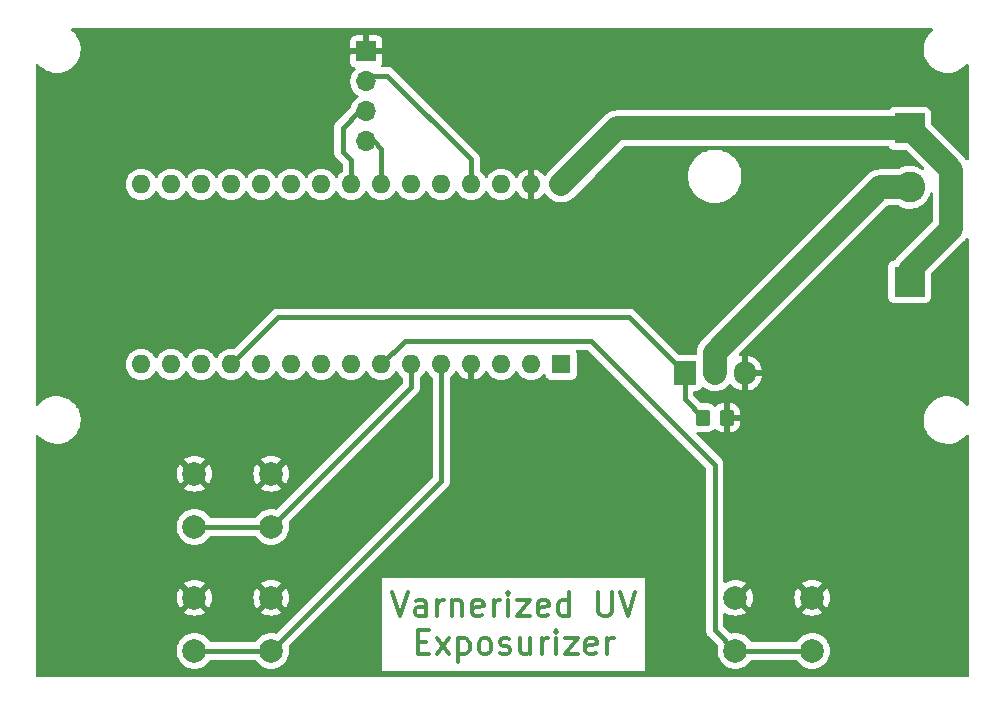
<source format=gbr>
%TF.GenerationSoftware,KiCad,Pcbnew,6.0.6-3a73a75311~116~ubuntu22.04.1*%
%TF.CreationDate,2022-07-11T21:36:42-04:00*%
%TF.ProjectId,UVLEDController,55564c45-4443-46f6-9e74-726f6c6c6572,rev?*%
%TF.SameCoordinates,PXbebc200PY1c9c380*%
%TF.FileFunction,Copper,L1,Top*%
%TF.FilePolarity,Positive*%
%FSLAX46Y46*%
G04 Gerber Fmt 4.6, Leading zero omitted, Abs format (unit mm)*
G04 Created by KiCad (PCBNEW 6.0.6-3a73a75311~116~ubuntu22.04.1) date 2022-07-11 21:36:42*
%MOMM*%
%LPD*%
G01*
G04 APERTURE LIST*
G04 Aperture macros list*
%AMRoundRect*
0 Rectangle with rounded corners*
0 $1 Rounding radius*
0 $2 $3 $4 $5 $6 $7 $8 $9 X,Y pos of 4 corners*
0 Add a 4 corners polygon primitive as box body*
4,1,4,$2,$3,$4,$5,$6,$7,$8,$9,$2,$3,0*
0 Add four circle primitives for the rounded corners*
1,1,$1+$1,$2,$3*
1,1,$1+$1,$4,$5*
1,1,$1+$1,$6,$7*
1,1,$1+$1,$8,$9*
0 Add four rect primitives between the rounded corners*
20,1,$1+$1,$2,$3,$4,$5,0*
20,1,$1+$1,$4,$5,$6,$7,0*
20,1,$1+$1,$6,$7,$8,$9,0*
20,1,$1+$1,$8,$9,$2,$3,0*%
G04 Aperture macros list end*
%ADD10C,0.300000*%
%TA.AperFunction,NonConductor*%
%ADD11C,0.300000*%
%TD*%
%TA.AperFunction,SMDPad,CuDef*%
%ADD12RoundRect,0.250000X-0.350000X-0.450000X0.350000X-0.450000X0.350000X0.450000X-0.350000X0.450000X0*%
%TD*%
%TA.AperFunction,ComponentPad*%
%ADD13C,2.000000*%
%TD*%
%TA.AperFunction,ComponentPad*%
%ADD14R,2.600000X2.600000*%
%TD*%
%TA.AperFunction,ComponentPad*%
%ADD15C,2.600000*%
%TD*%
%TA.AperFunction,ComponentPad*%
%ADD16R,1.700000X1.700000*%
%TD*%
%TA.AperFunction,ComponentPad*%
%ADD17O,1.700000X1.700000*%
%TD*%
%TA.AperFunction,ComponentPad*%
%ADD18R,1.600000X1.600000*%
%TD*%
%TA.AperFunction,ComponentPad*%
%ADD19O,1.600000X1.600000*%
%TD*%
%TA.AperFunction,ComponentPad*%
%ADD20R,1.905000X2.000000*%
%TD*%
%TA.AperFunction,ComponentPad*%
%ADD21O,1.905000X2.000000*%
%TD*%
%TA.AperFunction,Conductor*%
%ADD22C,0.450000*%
%TD*%
%TA.AperFunction,Conductor*%
%ADD23C,2.000000*%
%TD*%
G04 APERTURE END LIST*
D10*
D11*
X-49285715Y-48294761D02*
X-48619048Y-50294761D01*
X-47952381Y-48294761D01*
X-46428572Y-50294761D02*
X-46428572Y-49247142D01*
X-46523810Y-49056666D01*
X-46714286Y-48961428D01*
X-47095239Y-48961428D01*
X-47285715Y-49056666D01*
X-46428572Y-50199523D02*
X-46619048Y-50294761D01*
X-47095239Y-50294761D01*
X-47285715Y-50199523D01*
X-47380953Y-50009047D01*
X-47380953Y-49818571D01*
X-47285715Y-49628095D01*
X-47095239Y-49532857D01*
X-46619048Y-49532857D01*
X-46428572Y-49437619D01*
X-45476191Y-50294761D02*
X-45476191Y-48961428D01*
X-45476191Y-49342380D02*
X-45380953Y-49151904D01*
X-45285715Y-49056666D01*
X-45095239Y-48961428D01*
X-44904762Y-48961428D01*
X-44238096Y-48961428D02*
X-44238096Y-50294761D01*
X-44238096Y-49151904D02*
X-44142858Y-49056666D01*
X-43952381Y-48961428D01*
X-43666667Y-48961428D01*
X-43476191Y-49056666D01*
X-43380953Y-49247142D01*
X-43380953Y-50294761D01*
X-41666667Y-50199523D02*
X-41857143Y-50294761D01*
X-42238096Y-50294761D01*
X-42428572Y-50199523D01*
X-42523810Y-50009047D01*
X-42523810Y-49247142D01*
X-42428572Y-49056666D01*
X-42238096Y-48961428D01*
X-41857143Y-48961428D01*
X-41666667Y-49056666D01*
X-41571429Y-49247142D01*
X-41571429Y-49437619D01*
X-42523810Y-49628095D01*
X-40714286Y-50294761D02*
X-40714286Y-48961428D01*
X-40714286Y-49342380D02*
X-40619048Y-49151904D01*
X-40523810Y-49056666D01*
X-40333334Y-48961428D01*
X-40142858Y-48961428D01*
X-39476191Y-50294761D02*
X-39476191Y-48961428D01*
X-39476191Y-48294761D02*
X-39571429Y-48390000D01*
X-39476191Y-48485238D01*
X-39380953Y-48390000D01*
X-39476191Y-48294761D01*
X-39476191Y-48485238D01*
X-38714286Y-48961428D02*
X-37666667Y-48961428D01*
X-38714286Y-50294761D01*
X-37666667Y-50294761D01*
X-36142858Y-50199523D02*
X-36333334Y-50294761D01*
X-36714286Y-50294761D01*
X-36904762Y-50199523D01*
X-37000000Y-50009047D01*
X-37000000Y-49247142D01*
X-36904762Y-49056666D01*
X-36714286Y-48961428D01*
X-36333334Y-48961428D01*
X-36142858Y-49056666D01*
X-36047620Y-49247142D01*
X-36047620Y-49437619D01*
X-37000000Y-49628095D01*
X-34333334Y-50294761D02*
X-34333334Y-48294761D01*
X-34333334Y-50199523D02*
X-34523810Y-50294761D01*
X-34904762Y-50294761D01*
X-35095239Y-50199523D01*
X-35190477Y-50104285D01*
X-35285715Y-49913809D01*
X-35285715Y-49342380D01*
X-35190477Y-49151904D01*
X-35095239Y-49056666D01*
X-34904762Y-48961428D01*
X-34523810Y-48961428D01*
X-34333334Y-49056666D01*
X-31857143Y-48294761D02*
X-31857143Y-49913809D01*
X-31761905Y-50104285D01*
X-31666667Y-50199523D01*
X-31476191Y-50294761D01*
X-31095239Y-50294761D01*
X-30904762Y-50199523D01*
X-30809524Y-50104285D01*
X-30714286Y-49913809D01*
X-30714286Y-48294761D01*
X-30047620Y-48294761D02*
X-29380953Y-50294761D01*
X-28714286Y-48294761D01*
X-47142858Y-52467142D02*
X-46476191Y-52467142D01*
X-46190477Y-53514761D02*
X-47142858Y-53514761D01*
X-47142858Y-51514761D01*
X-46190477Y-51514761D01*
X-45523810Y-53514761D02*
X-44476191Y-52181428D01*
X-45523810Y-52181428D02*
X-44476191Y-53514761D01*
X-43714286Y-52181428D02*
X-43714286Y-54181428D01*
X-43714286Y-52276666D02*
X-43523810Y-52181428D01*
X-43142858Y-52181428D01*
X-42952381Y-52276666D01*
X-42857143Y-52371904D01*
X-42761905Y-52562380D01*
X-42761905Y-53133809D01*
X-42857143Y-53324285D01*
X-42952381Y-53419523D01*
X-43142858Y-53514761D01*
X-43523810Y-53514761D01*
X-43714286Y-53419523D01*
X-41619048Y-53514761D02*
X-41809524Y-53419523D01*
X-41904762Y-53324285D01*
X-42000000Y-53133809D01*
X-42000000Y-52562380D01*
X-41904762Y-52371904D01*
X-41809524Y-52276666D01*
X-41619048Y-52181428D01*
X-41333334Y-52181428D01*
X-41142858Y-52276666D01*
X-41047620Y-52371904D01*
X-40952381Y-52562380D01*
X-40952381Y-53133809D01*
X-41047620Y-53324285D01*
X-41142858Y-53419523D01*
X-41333334Y-53514761D01*
X-41619048Y-53514761D01*
X-40190477Y-53419523D02*
X-40000000Y-53514761D01*
X-39619048Y-53514761D01*
X-39428572Y-53419523D01*
X-39333334Y-53229047D01*
X-39333334Y-53133809D01*
X-39428572Y-52943333D01*
X-39619048Y-52848095D01*
X-39904762Y-52848095D01*
X-40095239Y-52752857D01*
X-40190477Y-52562380D01*
X-40190477Y-52467142D01*
X-40095239Y-52276666D01*
X-39904762Y-52181428D01*
X-39619048Y-52181428D01*
X-39428572Y-52276666D01*
X-37619048Y-52181428D02*
X-37619048Y-53514761D01*
X-38476191Y-52181428D02*
X-38476191Y-53229047D01*
X-38380953Y-53419523D01*
X-38190477Y-53514761D01*
X-37904762Y-53514761D01*
X-37714286Y-53419523D01*
X-37619048Y-53324285D01*
X-36666667Y-53514761D02*
X-36666667Y-52181428D01*
X-36666667Y-52562380D02*
X-36571429Y-52371904D01*
X-36476191Y-52276666D01*
X-36285715Y-52181428D01*
X-36095239Y-52181428D01*
X-35428572Y-53514761D02*
X-35428572Y-52181428D01*
X-35428572Y-51514761D02*
X-35523810Y-51610000D01*
X-35428572Y-51705238D01*
X-35333334Y-51610000D01*
X-35428572Y-51514761D01*
X-35428572Y-51705238D01*
X-34666667Y-52181428D02*
X-33619048Y-52181428D01*
X-34666667Y-53514761D01*
X-33619048Y-53514761D01*
X-32095239Y-53419523D02*
X-32285715Y-53514761D01*
X-32666667Y-53514761D01*
X-32857143Y-53419523D01*
X-32952381Y-53229047D01*
X-32952381Y-52467142D01*
X-32857143Y-52276666D01*
X-32666667Y-52181428D01*
X-32285715Y-52181428D01*
X-32095239Y-52276666D01*
X-32000000Y-52467142D01*
X-32000000Y-52657619D01*
X-32952381Y-52848095D01*
X-31142858Y-53514761D02*
X-31142858Y-52181428D01*
X-31142858Y-52562380D02*
X-31047620Y-52371904D01*
X-30952381Y-52276666D01*
X-30761905Y-52181428D01*
X-30571429Y-52181428D01*
D12*
%TO.P,R1,1*%
%TO.N,Net-(A1-Pad12)*%
X-23000000Y-33500000D03*
%TO.P,R1,2*%
%TO.N,GND*%
X-21000000Y-33500000D03*
%TD*%
D13*
%TO.P,SW_DN1,1,1*%
%TO.N,GND*%
X-59550000Y-48750000D03*
X-66050000Y-48750000D03*
%TO.P,SW_DN1,2,2*%
%TO.N,Net-(A1-Pad5)*%
X-66050000Y-53250000D03*
X-59550000Y-53250000D03*
%TD*%
%TO.P,SW_SEL1,1,1*%
%TO.N,GND*%
X-13750000Y-48750000D03*
X-20250000Y-48750000D03*
%TO.P,SW_SEL1,2,2*%
%TO.N,Net-(A1-Pad7)*%
X-20250000Y-53250000D03*
X-13750000Y-53250000D03*
%TD*%
%TO.P,SW_UP1,1,1*%
%TO.N,GND*%
X-59550000Y-38250000D03*
X-66050000Y-38250000D03*
%TO.P,SW_UP1,2,2*%
%TO.N,Net-(A1-Pad6)*%
X-59550000Y-42750000D03*
X-66050000Y-42750000D03*
%TD*%
D14*
%TO.P,J1-LED1,1,Pin_1*%
%TO.N,Net-(A1-Pad30)*%
X-5500000Y-9000000D03*
D15*
%TO.P,J1-LED1,2,Pin_2*%
%TO.N,Net-(J1-LED1-Pad2)*%
X-5500000Y-14000000D03*
%TD*%
D16*
%TO.P,J3,1,Pin_1*%
%TO.N,GND*%
X-51500000Y-2500000D03*
D17*
%TO.P,J3,2,Pin_2*%
%TO.N,Net-(A1-Pad27)*%
X-51500000Y-5040000D03*
%TO.P,J3,3,Pin_3*%
%TO.N,Net-(A1-Pad23)*%
X-51500000Y-7580000D03*
%TO.P,J3,4,Pin_4*%
%TO.N,Net-(A1-Pad24)*%
X-51500000Y-10120000D03*
%TD*%
D14*
%TO.P,J2-PWR1,1,Pin_1*%
%TO.N,Net-(A1-Pad30)*%
X-5500000Y-22000000D03*
D15*
%TO.P,J2-PWR1,2,Pin_2*%
%TO.N,GND*%
X-5500000Y-27000000D03*
%TD*%
D18*
%TO.P,A1,1,D1/TX*%
%TO.N,unconnected-(A1-Pad1)*%
X-35000000Y-29000000D03*
D19*
%TO.P,A1,2,D0/RX*%
%TO.N,unconnected-(A1-Pad2)*%
X-37540000Y-29000000D03*
%TO.P,A1,3,~{RESET}*%
%TO.N,unconnected-(A1-Pad3)*%
X-40080000Y-29000000D03*
%TO.P,A1,4,GND*%
%TO.N,GND*%
X-42620000Y-29000000D03*
%TO.P,A1,5,D2*%
%TO.N,Net-(A1-Pad5)*%
X-45160000Y-29000000D03*
%TO.P,A1,6,D3*%
%TO.N,Net-(A1-Pad6)*%
X-47700000Y-29000000D03*
%TO.P,A1,7,D4*%
%TO.N,Net-(A1-Pad7)*%
X-50240000Y-29000000D03*
%TO.P,A1,8,D5*%
%TO.N,unconnected-(A1-Pad8)*%
X-52780000Y-29000000D03*
%TO.P,A1,9,D6*%
%TO.N,unconnected-(A1-Pad9)*%
X-55320000Y-29000000D03*
%TO.P,A1,10,D7*%
%TO.N,unconnected-(A1-Pad10)*%
X-57860000Y-29000000D03*
%TO.P,A1,11,D8*%
%TO.N,unconnected-(A1-Pad11)*%
X-60400000Y-29000000D03*
%TO.P,A1,12,D9*%
%TO.N,Net-(A1-Pad12)*%
X-62940000Y-29000000D03*
%TO.P,A1,13,D10*%
%TO.N,unconnected-(A1-Pad13)*%
X-65480000Y-29000000D03*
%TO.P,A1,14,D11*%
%TO.N,unconnected-(A1-Pad14)*%
X-68020000Y-29000000D03*
%TO.P,A1,15,D12*%
%TO.N,unconnected-(A1-Pad15)*%
X-70560000Y-29000000D03*
%TO.P,A1,16,D13*%
%TO.N,unconnected-(A1-Pad16)*%
X-70560000Y-13760000D03*
%TO.P,A1,17,3V3*%
%TO.N,unconnected-(A1-Pad17)*%
X-68020000Y-13760000D03*
%TO.P,A1,18,AREF*%
%TO.N,unconnected-(A1-Pad18)*%
X-65480000Y-13760000D03*
%TO.P,A1,19,A0*%
%TO.N,unconnected-(A1-Pad19)*%
X-62940000Y-13760000D03*
%TO.P,A1,20,A1*%
%TO.N,unconnected-(A1-Pad20)*%
X-60400000Y-13760000D03*
%TO.P,A1,21,A2*%
%TO.N,unconnected-(A1-Pad21)*%
X-57860000Y-13760000D03*
%TO.P,A1,22,A3*%
%TO.N,unconnected-(A1-Pad22)*%
X-55320000Y-13760000D03*
%TO.P,A1,23,A4*%
%TO.N,Net-(A1-Pad23)*%
X-52780000Y-13760000D03*
%TO.P,A1,24,A5*%
%TO.N,Net-(A1-Pad24)*%
X-50240000Y-13760000D03*
%TO.P,A1,25,A6*%
%TO.N,unconnected-(A1-Pad25)*%
X-47700000Y-13760000D03*
%TO.P,A1,26,A7*%
%TO.N,unconnected-(A1-Pad26)*%
X-45160000Y-13760000D03*
%TO.P,A1,27,+5V*%
%TO.N,Net-(A1-Pad27)*%
X-42620000Y-13760000D03*
%TO.P,A1,28,~{RESET}*%
%TO.N,unconnected-(A1-Pad28)*%
X-40080000Y-13760000D03*
%TO.P,A1,29,GND*%
%TO.N,GND*%
X-37540000Y-13760000D03*
%TO.P,A1,30,VIN*%
%TO.N,Net-(A1-Pad30)*%
X-35000000Y-13760000D03*
%TD*%
D20*
%TO.P,Q1,1,G*%
%TO.N,Net-(A1-Pad12)*%
X-24540000Y-29730000D03*
D21*
%TO.P,Q1,2,D*%
%TO.N,Net-(J1-LED1-Pad2)*%
X-22000000Y-29730000D03*
%TO.P,Q1,3,S*%
%TO.N,GND*%
X-19460000Y-29730000D03*
%TD*%
D22*
%TO.N,Net-(A1-Pad5)*%
X-45160000Y-38860000D02*
X-59550000Y-53250000D01*
X-66050000Y-53250000D02*
X-59550000Y-53250000D01*
X-45160000Y-29000000D02*
X-45160000Y-38860000D01*
%TO.N,Net-(A1-Pad6)*%
X-66050000Y-42750000D02*
X-59550000Y-42750000D01*
X-47700000Y-29000000D02*
X-47700000Y-30900000D01*
X-47700000Y-30900000D02*
X-59550000Y-42750000D01*
%TO.N,Net-(A1-Pad7)*%
X-20250000Y-53250000D02*
X-13750000Y-53250000D01*
X-48240000Y-27000000D02*
X-32500000Y-27000000D01*
X-32500000Y-27000000D02*
X-22000000Y-37500000D01*
X-22000000Y-37500000D02*
X-22000000Y-51500000D01*
X-50240000Y-29000000D02*
X-48240000Y-27000000D01*
X-22000000Y-51500000D02*
X-20250000Y-53250000D01*
%TO.N,Net-(A1-Pad12)*%
X-24540000Y-29730000D02*
X-29270000Y-25000000D01*
X-24540000Y-31960000D02*
X-23000000Y-33500000D01*
X-62940000Y-29000000D02*
X-58940000Y-25000000D01*
X-24540000Y-29730000D02*
X-24540000Y-31960000D01*
X-29270000Y-25000000D02*
X-58940000Y-25000000D01*
%TO.N,Net-(A1-Pad23)*%
X-53500000Y-11000000D02*
X-53500000Y-9000000D01*
X-52080000Y-7580000D02*
X-51500000Y-7580000D01*
X-53500000Y-9000000D02*
X-52080000Y-7580000D01*
X-52780000Y-11720000D02*
X-53500000Y-11000000D01*
X-52780000Y-13760000D02*
X-52780000Y-11720000D01*
%TO.N,Net-(A1-Pad24)*%
X-50240000Y-10760000D02*
X-50880000Y-10120000D01*
X-50240000Y-13760000D02*
X-50240000Y-10760000D01*
X-50880000Y-10120000D02*
X-51500000Y-10120000D01*
%TO.N,Net-(A1-Pad27)*%
X-42620000Y-11630000D02*
X-42620000Y-13760000D01*
X-51500000Y-5040000D02*
X-51000000Y-4540000D01*
X-51000000Y-4540000D02*
X-49710000Y-4540000D01*
X-49710000Y-4540000D02*
X-42620000Y-11630000D01*
D23*
%TO.N,Net-(A1-Pad30)*%
X-35000000Y-13760000D02*
X-30240000Y-9000000D01*
X-30240000Y-9000000D02*
X-5500000Y-9000000D01*
X-5500000Y-22000000D02*
X-5500000Y-21000000D01*
X-5500000Y-21000000D02*
X-2000000Y-17500000D01*
X-2000000Y-12500000D02*
X-5500000Y-9000000D01*
X-2000000Y-17500000D02*
X-2000000Y-12500000D01*
%TO.N,Net-(J1-LED1-Pad2)*%
X-22000000Y-28000000D02*
X-22000000Y-29730000D01*
X-8000000Y-14000000D02*
X-22000000Y-28000000D01*
X-5500000Y-14000000D02*
X-8000000Y-14000000D01*
%TD*%
%TA.AperFunction,Conductor*%
%TO.N,GND*%
G36*
X-3570944Y-528502D02*
G01*
X-3524451Y-582158D01*
X-3514347Y-652432D01*
X-3543841Y-717012D01*
X-3565002Y-736435D01*
X-3594192Y-757642D01*
X-3796252Y-952769D01*
X-3880361Y-1060424D01*
X-3958248Y-1160116D01*
X-3969188Y-1174118D01*
X-3971384Y-1177922D01*
X-3971389Y-1177929D01*
X-4085206Y-1375067D01*
X-4109636Y-1417381D01*
X-4214862Y-1677824D01*
X-4215927Y-1682097D01*
X-4215928Y-1682099D01*
X-4249621Y-1817236D01*
X-4282817Y-1950376D01*
X-4312178Y-2229733D01*
X-4312025Y-2234121D01*
X-4312025Y-2234127D01*
X-4311668Y-2244329D01*
X-4302375Y-2510458D01*
X-4301613Y-2514781D01*
X-4301612Y-2514788D01*
X-4277836Y-2649624D01*
X-4253598Y-2787087D01*
X-4166797Y-3054235D01*
X-4043660Y-3306702D01*
X-4041205Y-3310341D01*
X-4041202Y-3310347D01*
X-3984326Y-3394669D01*
X-3886585Y-3539576D01*
X-3883640Y-3542847D01*
X-3883639Y-3542848D01*
X-3878980Y-3548022D01*
X-3698629Y-3748322D01*
X-3695267Y-3751143D01*
X-3695266Y-3751144D01*
X-3641048Y-3796638D01*
X-3483450Y-3928879D01*
X-3245236Y-4077731D01*
X-3111516Y-4137267D01*
X-3019128Y-4178401D01*
X-2988625Y-4191982D01*
X-2718610Y-4269407D01*
X-2714260Y-4270018D01*
X-2714257Y-4270019D01*
X-2611310Y-4284487D01*
X-2440448Y-4308500D01*
X-2229854Y-4308500D01*
X-2227668Y-4308347D01*
X-2227664Y-4308347D01*
X-2024173Y-4294118D01*
X-2024168Y-4294117D01*
X-2019788Y-4293811D01*
X-1745030Y-4235409D01*
X-1740901Y-4233906D01*
X-1740897Y-4233905D01*
X-1485219Y-4140846D01*
X-1485215Y-4140844D01*
X-1481074Y-4139337D01*
X-1233058Y-4007464D01*
X-1229497Y-4004877D01*
X-1009371Y-3844947D01*
X-1009368Y-3844944D01*
X-1005808Y-3842358D01*
X-987724Y-3824895D01*
X-806913Y-3650287D01*
X-803748Y-3647231D01*
X-733789Y-3557687D01*
X-676089Y-3516322D01*
X-605184Y-3512719D01*
X-543586Y-3548022D01*
X-510853Y-3611022D01*
X-508500Y-3635261D01*
X-508500Y-11600116D01*
X-528502Y-11668237D01*
X-582158Y-11714730D01*
X-652432Y-11724834D01*
X-717012Y-11695340D01*
X-737458Y-11672750D01*
X-742639Y-11665406D01*
X-746301Y-11659914D01*
X-785471Y-11597714D01*
X-785472Y-11597713D01*
X-788167Y-11593433D01*
X-791508Y-11589644D01*
X-791512Y-11589638D01*
X-809898Y-11568783D01*
X-818344Y-11558088D01*
X-834991Y-11534490D01*
X-837274Y-11531253D01*
X-856909Y-11509750D01*
X-896625Y-11470034D01*
X-902044Y-11464264D01*
X-945350Y-11415142D01*
X-945353Y-11415139D01*
X-948698Y-11411345D01*
X-980989Y-11384821D01*
X-990108Y-11376551D01*
X-3654595Y-8712064D01*
X-3688621Y-8649752D01*
X-3691500Y-8622969D01*
X-3691500Y-7651866D01*
X-3698255Y-7589684D01*
X-3749385Y-7453295D01*
X-3836739Y-7336739D01*
X-3953295Y-7249385D01*
X-4089684Y-7198255D01*
X-4151866Y-7191500D01*
X-6848134Y-7191500D01*
X-6910316Y-7198255D01*
X-7046705Y-7249385D01*
X-7163261Y-7336739D01*
X-7168642Y-7343919D01*
X-7241449Y-7441065D01*
X-7298308Y-7483580D01*
X-7342275Y-7491500D01*
X-30215984Y-7491500D01*
X-30219502Y-7491451D01*
X-30314149Y-7488807D01*
X-30314152Y-7488807D01*
X-30319205Y-7488666D01*
X-30324218Y-7489335D01*
X-30324221Y-7489335D01*
X-30397089Y-7499057D01*
X-30403646Y-7499758D01*
X-30476920Y-7505654D01*
X-30476921Y-7505654D01*
X-30481965Y-7506060D01*
X-30486876Y-7507266D01*
X-30486881Y-7507267D01*
X-30513861Y-7513894D01*
X-30527250Y-7516424D01*
X-30539685Y-7518083D01*
X-30559820Y-7520770D01*
X-30635051Y-7543484D01*
X-30641396Y-7545220D01*
X-30717706Y-7563963D01*
X-30722358Y-7565938D01*
X-30722362Y-7565939D01*
X-30747948Y-7576800D01*
X-30760761Y-7581438D01*
X-30792208Y-7590932D01*
X-30862862Y-7625392D01*
X-30868796Y-7628097D01*
X-30941156Y-7658812D01*
X-30945436Y-7661507D01*
X-30945447Y-7661513D01*
X-30968953Y-7676316D01*
X-30980860Y-7682944D01*
X-30992913Y-7688823D01*
X-31010388Y-7697346D01*
X-31014517Y-7700259D01*
X-31074597Y-7742641D01*
X-31080086Y-7746301D01*
X-31142286Y-7785471D01*
X-31146567Y-7788167D01*
X-31150356Y-7791508D01*
X-31150362Y-7791512D01*
X-31171217Y-7809898D01*
X-31181912Y-7818344D01*
X-31208747Y-7837274D01*
X-31230250Y-7856909D01*
X-31269966Y-7896625D01*
X-31275736Y-7902044D01*
X-31324858Y-7945350D01*
X-31324861Y-7945353D01*
X-31328655Y-7948698D01*
X-31331865Y-7952606D01*
X-31331866Y-7952607D01*
X-31355179Y-7980989D01*
X-31363449Y-7990108D01*
X-36109805Y-12736464D01*
X-36111431Y-12738374D01*
X-36111437Y-12738381D01*
X-36224192Y-12870868D01*
X-36227470Y-12874720D01*
X-36230087Y-12879042D01*
X-36230089Y-12879044D01*
X-36283007Y-12966422D01*
X-36335405Y-13014328D01*
X-36405385Y-13026301D01*
X-36470728Y-12998540D01*
X-36493996Y-12973420D01*
X-36531024Y-12920538D01*
X-36538084Y-12912125D01*
X-36692125Y-12758084D01*
X-36700533Y-12751028D01*
X-36878993Y-12626069D01*
X-36888489Y-12620586D01*
X-37085947Y-12528510D01*
X-37096239Y-12524764D01*
X-37268503Y-12478606D01*
X-37282599Y-12478942D01*
X-37286000Y-12486884D01*
X-37286000Y-15027967D01*
X-37282027Y-15041498D01*
X-37273478Y-15042727D01*
X-37096239Y-14995236D01*
X-37085947Y-14991490D01*
X-36888489Y-14899414D01*
X-36878993Y-14893931D01*
X-36700533Y-14768972D01*
X-36692125Y-14761916D01*
X-36538084Y-14607875D01*
X-36531030Y-14599469D01*
X-36494306Y-14547021D01*
X-36438849Y-14502692D01*
X-36368229Y-14495383D01*
X-36304869Y-14527413D01*
X-36285660Y-14550298D01*
X-36195826Y-14687578D01*
X-36121152Y-14769357D01*
X-36035722Y-14862915D01*
X-36032142Y-14866836D01*
X-35987690Y-14902068D01*
X-35845871Y-15014473D01*
X-35845865Y-15014477D01*
X-35841902Y-15017618D01*
X-35630002Y-15136045D01*
X-35535251Y-15170532D01*
X-35406652Y-15217339D01*
X-35406647Y-15217340D01*
X-35401895Y-15219070D01*
X-35396926Y-15220018D01*
X-35396922Y-15220019D01*
X-35202900Y-15257030D01*
X-35163447Y-15264556D01*
X-35007949Y-15268900D01*
X-34925850Y-15271193D01*
X-34925847Y-15271193D01*
X-34920795Y-15271334D01*
X-34915782Y-15270665D01*
X-34915780Y-15270665D01*
X-34685194Y-15239898D01*
X-34680180Y-15239229D01*
X-34675339Y-15237767D01*
X-34675337Y-15237767D01*
X-34452643Y-15170532D01*
X-34452639Y-15170530D01*
X-34447792Y-15169067D01*
X-34229612Y-15062654D01*
X-34031253Y-14922726D01*
X-34009750Y-14903091D01*
X-32176659Y-13070000D01*
X-24263346Y-13070000D01*
X-24263076Y-13074119D01*
X-24247218Y-13316067D01*
X-24243983Y-13365426D01*
X-24243181Y-13369459D01*
X-24243180Y-13369465D01*
X-24207931Y-13546670D01*
X-24186224Y-13655797D01*
X-24184897Y-13659706D01*
X-24184896Y-13659710D01*
X-24141886Y-13786413D01*
X-24091059Y-13936145D01*
X-23960115Y-14201673D01*
X-23957821Y-14205106D01*
X-23815434Y-14418203D01*
X-23795633Y-14447838D01*
X-23792919Y-14450932D01*
X-23792915Y-14450938D01*
X-23648356Y-14615775D01*
X-23600427Y-14670427D01*
X-23597338Y-14673136D01*
X-23380938Y-14862915D01*
X-23380932Y-14862919D01*
X-23377838Y-14865633D01*
X-23374412Y-14867922D01*
X-23374407Y-14867926D01*
X-23190595Y-14990744D01*
X-23131673Y-15030115D01*
X-23127974Y-15031939D01*
X-23127969Y-15031942D01*
X-23000207Y-15094947D01*
X-22866145Y-15161059D01*
X-22862240Y-15162384D01*
X-22862239Y-15162385D01*
X-22589710Y-15254896D01*
X-22589706Y-15254897D01*
X-22585797Y-15256224D01*
X-22581753Y-15257028D01*
X-22581747Y-15257030D01*
X-22299465Y-15313180D01*
X-22299459Y-15313181D01*
X-22295426Y-15313983D01*
X-22291321Y-15314252D01*
X-22291314Y-15314253D01*
X-22004119Y-15333076D01*
X-22000000Y-15333346D01*
X-21995881Y-15333076D01*
X-21708686Y-15314253D01*
X-21708679Y-15314252D01*
X-21704574Y-15313983D01*
X-21700541Y-15313181D01*
X-21700535Y-15313180D01*
X-21418253Y-15257030D01*
X-21418247Y-15257028D01*
X-21414203Y-15256224D01*
X-21410294Y-15254897D01*
X-21410290Y-15254896D01*
X-21137761Y-15162385D01*
X-21137760Y-15162384D01*
X-21133855Y-15161059D01*
X-20999793Y-15094947D01*
X-20872031Y-15031942D01*
X-20872026Y-15031939D01*
X-20868327Y-15030115D01*
X-20809405Y-14990744D01*
X-20625593Y-14867926D01*
X-20625588Y-14867922D01*
X-20622162Y-14865633D01*
X-20619068Y-14862919D01*
X-20619062Y-14862915D01*
X-20402662Y-14673136D01*
X-20399573Y-14670427D01*
X-20351644Y-14615775D01*
X-20207085Y-14450938D01*
X-20207081Y-14450932D01*
X-20204367Y-14447838D01*
X-20184565Y-14418203D01*
X-20042179Y-14205106D01*
X-20039885Y-14201673D01*
X-19908941Y-13936145D01*
X-19858114Y-13786413D01*
X-19815104Y-13659710D01*
X-19815103Y-13659706D01*
X-19813776Y-13655797D01*
X-19792069Y-13546670D01*
X-19756820Y-13369465D01*
X-19756819Y-13369459D01*
X-19756017Y-13365426D01*
X-19752781Y-13316067D01*
X-19736924Y-13074119D01*
X-19736654Y-13070000D01*
X-19746450Y-12920533D01*
X-19755747Y-12778686D01*
X-19755748Y-12778679D01*
X-19756017Y-12774574D01*
X-19759373Y-12757699D01*
X-19812970Y-12488253D01*
X-19812972Y-12488247D01*
X-19813776Y-12484203D01*
X-19819316Y-12467881D01*
X-19907615Y-12207761D01*
X-19907616Y-12207760D01*
X-19908941Y-12203855D01*
X-19985192Y-12049233D01*
X-20038058Y-11942031D01*
X-20038061Y-11942026D01*
X-20039885Y-11938327D01*
X-20142218Y-11785174D01*
X-20202074Y-11695593D01*
X-20202078Y-11695588D01*
X-20204367Y-11692162D01*
X-20207081Y-11689068D01*
X-20207085Y-11689062D01*
X-20396864Y-11472662D01*
X-20399573Y-11469573D01*
X-20432119Y-11441031D01*
X-20619062Y-11277085D01*
X-20619068Y-11277081D01*
X-20622162Y-11274367D01*
X-20625588Y-11272078D01*
X-20625593Y-11272074D01*
X-20864894Y-11112179D01*
X-20868327Y-11109885D01*
X-20872026Y-11108061D01*
X-20872031Y-11108058D01*
X-21019785Y-11035194D01*
X-21133855Y-10978941D01*
X-21147742Y-10974227D01*
X-21410290Y-10885104D01*
X-21410294Y-10885103D01*
X-21414203Y-10883776D01*
X-21418247Y-10882972D01*
X-21418253Y-10882970D01*
X-21700535Y-10826820D01*
X-21700541Y-10826819D01*
X-21704574Y-10826017D01*
X-21708679Y-10825748D01*
X-21708686Y-10825747D01*
X-21995881Y-10806924D01*
X-22000000Y-10806654D01*
X-22004119Y-10806924D01*
X-22291314Y-10825747D01*
X-22291321Y-10825748D01*
X-22295426Y-10826017D01*
X-22299459Y-10826819D01*
X-22299465Y-10826820D01*
X-22581747Y-10882970D01*
X-22581753Y-10882972D01*
X-22585797Y-10883776D01*
X-22589706Y-10885103D01*
X-22589710Y-10885104D01*
X-22852258Y-10974227D01*
X-22866145Y-10978941D01*
X-22980215Y-11035194D01*
X-23127969Y-11108058D01*
X-23127974Y-11108061D01*
X-23131673Y-11109885D01*
X-23135106Y-11112179D01*
X-23374407Y-11272074D01*
X-23374412Y-11272078D01*
X-23377838Y-11274367D01*
X-23380932Y-11277081D01*
X-23380938Y-11277085D01*
X-23567881Y-11441031D01*
X-23600427Y-11469573D01*
X-23603136Y-11472662D01*
X-23792915Y-11689062D01*
X-23792919Y-11689068D01*
X-23795633Y-11692162D01*
X-23797922Y-11695588D01*
X-23797926Y-11695593D01*
X-23857782Y-11785174D01*
X-23960115Y-11938327D01*
X-23961939Y-11942026D01*
X-23961942Y-11942031D01*
X-24014808Y-12049233D01*
X-24091059Y-12203855D01*
X-24092384Y-12207760D01*
X-24092385Y-12207761D01*
X-24180683Y-12467881D01*
X-24186224Y-12484203D01*
X-24187028Y-12488247D01*
X-24187030Y-12488253D01*
X-24240626Y-12757699D01*
X-24243983Y-12774574D01*
X-24244252Y-12778679D01*
X-24244253Y-12778686D01*
X-24253550Y-12920533D01*
X-24263346Y-13070000D01*
X-32176659Y-13070000D01*
X-29652064Y-10545405D01*
X-29589752Y-10511379D01*
X-29562969Y-10508500D01*
X-7342275Y-10508500D01*
X-7274154Y-10528502D01*
X-7241449Y-10558935D01*
X-7163261Y-10663261D01*
X-7046705Y-10750615D01*
X-6910316Y-10801745D01*
X-6848134Y-10808500D01*
X-5877031Y-10808500D01*
X-5808910Y-10828502D01*
X-5787936Y-10845405D01*
X-4320548Y-12312793D01*
X-4286522Y-12375105D01*
X-4291587Y-12445920D01*
X-4334134Y-12502756D01*
X-4400654Y-12527567D01*
X-4470028Y-12512476D01*
X-4481463Y-12505415D01*
X-4575701Y-12440039D01*
X-4575704Y-12440037D01*
X-4579543Y-12437374D01*
X-4583736Y-12435306D01*
X-4816436Y-12320551D01*
X-4816439Y-12320550D01*
X-4820624Y-12318486D01*
X-4868255Y-12303239D01*
X-4922379Y-12285914D01*
X-5076630Y-12236538D01*
X-5081237Y-12235788D01*
X-5081240Y-12235787D01*
X-5337326Y-12194081D01*
X-5337325Y-12194081D01*
X-5341937Y-12193330D01*
X-5472281Y-12191624D01*
X-5606039Y-12189873D01*
X-5606042Y-12189873D01*
X-5610716Y-12189812D01*
X-5877063Y-12226060D01*
X-6135126Y-12301278D01*
X-6379237Y-12413815D01*
X-6459529Y-12466457D01*
X-6466263Y-12470872D01*
X-6535348Y-12491500D01*
X-7975984Y-12491500D01*
X-7979502Y-12491451D01*
X-8074150Y-12488807D01*
X-8074153Y-12488807D01*
X-8079205Y-12488666D01*
X-8157098Y-12499059D01*
X-8163639Y-12499758D01*
X-8192332Y-12502067D01*
X-8236923Y-12505654D01*
X-8236927Y-12505655D01*
X-8241965Y-12506060D01*
X-8273878Y-12513899D01*
X-8287258Y-12516426D01*
X-8319820Y-12520771D01*
X-8324661Y-12522232D01*
X-8324663Y-12522233D01*
X-8395029Y-12543478D01*
X-8401390Y-12545219D01*
X-8477706Y-12563963D01*
X-8482366Y-12565941D01*
X-8507951Y-12576801D01*
X-8520761Y-12581438D01*
X-8552208Y-12590933D01*
X-8556756Y-12593151D01*
X-8556763Y-12593154D01*
X-8622818Y-12625371D01*
X-8628820Y-12628107D01*
X-8673504Y-12647075D01*
X-8701156Y-12658812D01*
X-8725468Y-12674123D01*
X-8728956Y-12676319D01*
X-8740860Y-12682945D01*
X-8770388Y-12697346D01*
X-8774525Y-12700265D01*
X-8774526Y-12700265D01*
X-8834597Y-12742641D01*
X-8840086Y-12746301D01*
X-8902286Y-12785471D01*
X-8906567Y-12788167D01*
X-8910356Y-12791508D01*
X-8910362Y-12791512D01*
X-8931217Y-12809898D01*
X-8941912Y-12818344D01*
X-8968747Y-12837274D01*
X-8990250Y-12856909D01*
X-9029966Y-12896625D01*
X-9035736Y-12902044D01*
X-9084858Y-12945350D01*
X-9084861Y-12945353D01*
X-9088655Y-12948698D01*
X-9091865Y-12952606D01*
X-9091866Y-12952607D01*
X-9115179Y-12980989D01*
X-9123449Y-12990108D01*
X-23049666Y-26916325D01*
X-23052188Y-26918779D01*
X-23124681Y-26987332D01*
X-23127748Y-26991344D01*
X-23172408Y-27049757D01*
X-23176552Y-27054892D01*
X-23227470Y-27114720D01*
X-23230089Y-27119045D01*
X-23230093Y-27119050D01*
X-23244491Y-27142824D01*
X-23252163Y-27154071D01*
X-23272120Y-27180174D01*
X-23274510Y-27184632D01*
X-23274511Y-27184633D01*
X-23309239Y-27249401D01*
X-23312504Y-27255126D01*
X-23353221Y-27322358D01*
X-23355116Y-27327049D01*
X-23365527Y-27352817D01*
X-23371307Y-27365158D01*
X-23386831Y-27394109D01*
X-23388477Y-27398890D01*
X-23388479Y-27398894D01*
X-23412412Y-27468401D01*
X-23414722Y-27474579D01*
X-23444155Y-27547429D01*
X-23445277Y-27552368D01*
X-23451432Y-27579460D01*
X-23455163Y-27592559D01*
X-23465862Y-27623631D01*
X-23479243Y-27701100D01*
X-23480523Y-27707504D01*
X-23497935Y-27784144D01*
X-23499999Y-27816953D01*
X-23501585Y-27830453D01*
X-23507179Y-27862836D01*
X-23508500Y-27891925D01*
X-23508500Y-27948108D01*
X-23508749Y-27956019D01*
X-23513178Y-28026413D01*
X-23512684Y-28031448D01*
X-23509101Y-28067992D01*
X-23508500Y-28080288D01*
X-23508500Y-28095500D01*
X-23528502Y-28163621D01*
X-23582158Y-28210114D01*
X-23634500Y-28221500D01*
X-24958984Y-28221500D01*
X-25027105Y-28201498D01*
X-25048079Y-28184595D01*
X-28705252Y-24527423D01*
X-28717639Y-24513010D01*
X-28725559Y-24502248D01*
X-28729900Y-24496349D01*
X-28768720Y-24463369D01*
X-28776236Y-24456439D01*
X-28781620Y-24451055D01*
X-28784481Y-24448792D01*
X-28784486Y-24448787D01*
X-28803092Y-24434067D01*
X-28806493Y-24431278D01*
X-28854668Y-24390351D01*
X-28854669Y-24390350D01*
X-28860251Y-24385608D01*
X-28866774Y-24382277D01*
X-28871451Y-24379158D01*
X-28876205Y-24376222D01*
X-28881943Y-24371682D01*
X-28945853Y-24341811D01*
X-28949761Y-24339901D01*
X-29012582Y-24307824D01*
X-29019694Y-24306084D01*
X-29024980Y-24304118D01*
X-29030265Y-24302360D01*
X-29036895Y-24299261D01*
X-29105968Y-24284894D01*
X-29110252Y-24283924D01*
X-29178721Y-24267170D01*
X-29184323Y-24266822D01*
X-29184326Y-24266822D01*
X-29189520Y-24266500D01*
X-29189519Y-24266476D01*
X-29193934Y-24266212D01*
X-29197184Y-24265922D01*
X-29204352Y-24264431D01*
X-29265484Y-24266085D01*
X-29279123Y-24266454D01*
X-29282531Y-24266500D01*
X-58874834Y-24266500D01*
X-58893784Y-24265067D01*
X-58906993Y-24263057D01*
X-58906997Y-24263057D01*
X-58914227Y-24261957D01*
X-58921519Y-24262550D01*
X-58921523Y-24262550D01*
X-58964981Y-24266085D01*
X-58975195Y-24266500D01*
X-58982826Y-24266500D01*
X-58986460Y-24266924D01*
X-58986466Y-24266924D01*
X-58998961Y-24268381D01*
X-59010058Y-24269675D01*
X-59014406Y-24270105D01*
X-59084705Y-24275823D01*
X-59091669Y-24278079D01*
X-59097165Y-24279177D01*
X-59102618Y-24280466D01*
X-59109890Y-24281314D01*
X-59176202Y-24305384D01*
X-59180333Y-24306802D01*
X-59193763Y-24311153D01*
X-59240462Y-24326281D01*
X-59240466Y-24326283D01*
X-59247421Y-24328536D01*
X-59253671Y-24332328D01*
X-59258788Y-24334671D01*
X-59263795Y-24337178D01*
X-59270667Y-24339673D01*
X-59276780Y-24343681D01*
X-59276784Y-24343683D01*
X-59329663Y-24378353D01*
X-59333384Y-24380700D01*
X-59393645Y-24417267D01*
X-59401755Y-24424429D01*
X-59401770Y-24424412D01*
X-59405080Y-24427346D01*
X-59407587Y-24429442D01*
X-59413706Y-24433454D01*
X-59418738Y-24438766D01*
X-59465166Y-24487776D01*
X-59467544Y-24490218D01*
X-62644498Y-27667173D01*
X-62706810Y-27701199D01*
X-62744574Y-27703599D01*
X-62934524Y-27686981D01*
X-62934525Y-27686981D01*
X-62940000Y-27686502D01*
X-63168087Y-27706457D01*
X-63173400Y-27707881D01*
X-63173402Y-27707881D01*
X-63383933Y-27764293D01*
X-63383935Y-27764294D01*
X-63389243Y-27765716D01*
X-63394224Y-27768039D01*
X-63394225Y-27768039D01*
X-63591762Y-27860151D01*
X-63591767Y-27860154D01*
X-63596749Y-27862477D01*
X-63636778Y-27890506D01*
X-63779789Y-27990643D01*
X-63779792Y-27990645D01*
X-63784300Y-27993802D01*
X-63946198Y-28155700D01*
X-63949355Y-28160208D01*
X-63949357Y-28160211D01*
X-63951988Y-28163969D01*
X-64077523Y-28343251D01*
X-64079846Y-28348233D01*
X-64079849Y-28348238D01*
X-64095805Y-28382457D01*
X-64142722Y-28435742D01*
X-64210999Y-28455203D01*
X-64278959Y-28434661D01*
X-64324195Y-28382457D01*
X-64340151Y-28348238D01*
X-64340154Y-28348233D01*
X-64342477Y-28343251D01*
X-64468012Y-28163969D01*
X-64470643Y-28160211D01*
X-64470645Y-28160208D01*
X-64473802Y-28155700D01*
X-64635700Y-27993802D01*
X-64640208Y-27990645D01*
X-64640211Y-27990643D01*
X-64783222Y-27890506D01*
X-64823251Y-27862477D01*
X-64828233Y-27860154D01*
X-64828238Y-27860151D01*
X-65025775Y-27768039D01*
X-65025776Y-27768039D01*
X-65030757Y-27765716D01*
X-65036065Y-27764294D01*
X-65036067Y-27764293D01*
X-65246598Y-27707881D01*
X-65246600Y-27707881D01*
X-65251913Y-27706457D01*
X-65480000Y-27686502D01*
X-65708087Y-27706457D01*
X-65713400Y-27707881D01*
X-65713402Y-27707881D01*
X-65923933Y-27764293D01*
X-65923935Y-27764294D01*
X-65929243Y-27765716D01*
X-65934224Y-27768039D01*
X-65934225Y-27768039D01*
X-66131762Y-27860151D01*
X-66131767Y-27860154D01*
X-66136749Y-27862477D01*
X-66176778Y-27890506D01*
X-66319789Y-27990643D01*
X-66319792Y-27990645D01*
X-66324300Y-27993802D01*
X-66486198Y-28155700D01*
X-66489355Y-28160208D01*
X-66489357Y-28160211D01*
X-66491988Y-28163969D01*
X-66617523Y-28343251D01*
X-66619846Y-28348233D01*
X-66619849Y-28348238D01*
X-66635805Y-28382457D01*
X-66682722Y-28435742D01*
X-66750999Y-28455203D01*
X-66818959Y-28434661D01*
X-66864195Y-28382457D01*
X-66880151Y-28348238D01*
X-66880154Y-28348233D01*
X-66882477Y-28343251D01*
X-67008012Y-28163969D01*
X-67010643Y-28160211D01*
X-67010645Y-28160208D01*
X-67013802Y-28155700D01*
X-67175700Y-27993802D01*
X-67180208Y-27990645D01*
X-67180211Y-27990643D01*
X-67323222Y-27890506D01*
X-67363251Y-27862477D01*
X-67368233Y-27860154D01*
X-67368238Y-27860151D01*
X-67565775Y-27768039D01*
X-67565776Y-27768039D01*
X-67570757Y-27765716D01*
X-67576065Y-27764294D01*
X-67576067Y-27764293D01*
X-67786598Y-27707881D01*
X-67786600Y-27707881D01*
X-67791913Y-27706457D01*
X-68020000Y-27686502D01*
X-68248087Y-27706457D01*
X-68253400Y-27707881D01*
X-68253402Y-27707881D01*
X-68463933Y-27764293D01*
X-68463935Y-27764294D01*
X-68469243Y-27765716D01*
X-68474224Y-27768039D01*
X-68474225Y-27768039D01*
X-68671762Y-27860151D01*
X-68671767Y-27860154D01*
X-68676749Y-27862477D01*
X-68716778Y-27890506D01*
X-68859789Y-27990643D01*
X-68859792Y-27990645D01*
X-68864300Y-27993802D01*
X-69026198Y-28155700D01*
X-69029355Y-28160208D01*
X-69029357Y-28160211D01*
X-69031988Y-28163969D01*
X-69157523Y-28343251D01*
X-69159846Y-28348233D01*
X-69159849Y-28348238D01*
X-69175805Y-28382457D01*
X-69222722Y-28435742D01*
X-69290999Y-28455203D01*
X-69358959Y-28434661D01*
X-69404195Y-28382457D01*
X-69420151Y-28348238D01*
X-69420154Y-28348233D01*
X-69422477Y-28343251D01*
X-69548012Y-28163969D01*
X-69550643Y-28160211D01*
X-69550645Y-28160208D01*
X-69553802Y-28155700D01*
X-69715700Y-27993802D01*
X-69720208Y-27990645D01*
X-69720211Y-27990643D01*
X-69863222Y-27890506D01*
X-69903251Y-27862477D01*
X-69908233Y-27860154D01*
X-69908238Y-27860151D01*
X-70105775Y-27768039D01*
X-70105776Y-27768039D01*
X-70110757Y-27765716D01*
X-70116065Y-27764294D01*
X-70116067Y-27764293D01*
X-70326598Y-27707881D01*
X-70326600Y-27707881D01*
X-70331913Y-27706457D01*
X-70560000Y-27686502D01*
X-70788087Y-27706457D01*
X-70793400Y-27707881D01*
X-70793402Y-27707881D01*
X-71003933Y-27764293D01*
X-71003935Y-27764294D01*
X-71009243Y-27765716D01*
X-71014224Y-27768039D01*
X-71014225Y-27768039D01*
X-71211762Y-27860151D01*
X-71211767Y-27860154D01*
X-71216749Y-27862477D01*
X-71256778Y-27890506D01*
X-71399789Y-27990643D01*
X-71399792Y-27990645D01*
X-71404300Y-27993802D01*
X-71566198Y-28155700D01*
X-71569355Y-28160208D01*
X-71569357Y-28160211D01*
X-71571988Y-28163969D01*
X-71697523Y-28343251D01*
X-71699846Y-28348233D01*
X-71699849Y-28348238D01*
X-71754321Y-28465055D01*
X-71794284Y-28550757D01*
X-71795706Y-28556065D01*
X-71795707Y-28556067D01*
X-71851959Y-28766002D01*
X-71853543Y-28771913D01*
X-71873498Y-29000000D01*
X-71853543Y-29228087D01*
X-71794284Y-29449243D01*
X-71791961Y-29454224D01*
X-71791961Y-29454225D01*
X-71699849Y-29651762D01*
X-71699846Y-29651767D01*
X-71697523Y-29656749D01*
X-71566198Y-29844300D01*
X-71404300Y-30006198D01*
X-71399792Y-30009355D01*
X-71399789Y-30009357D01*
X-71358458Y-30038297D01*
X-71216749Y-30137523D01*
X-71211767Y-30139846D01*
X-71211762Y-30139849D01*
X-71015235Y-30231490D01*
X-71009243Y-30234284D01*
X-71003935Y-30235706D01*
X-71003933Y-30235707D01*
X-70793402Y-30292119D01*
X-70793400Y-30292119D01*
X-70788087Y-30293543D01*
X-70560000Y-30313498D01*
X-70331913Y-30293543D01*
X-70326600Y-30292119D01*
X-70326598Y-30292119D01*
X-70116067Y-30235707D01*
X-70116065Y-30235706D01*
X-70110757Y-30234284D01*
X-70104765Y-30231490D01*
X-69908238Y-30139849D01*
X-69908233Y-30139846D01*
X-69903251Y-30137523D01*
X-69761542Y-30038297D01*
X-69720211Y-30009357D01*
X-69720208Y-30009355D01*
X-69715700Y-30006198D01*
X-69553802Y-29844300D01*
X-69422477Y-29656749D01*
X-69420154Y-29651767D01*
X-69420151Y-29651762D01*
X-69404195Y-29617543D01*
X-69357278Y-29564258D01*
X-69289001Y-29544797D01*
X-69221041Y-29565339D01*
X-69175805Y-29617543D01*
X-69159849Y-29651762D01*
X-69159846Y-29651767D01*
X-69157523Y-29656749D01*
X-69026198Y-29844300D01*
X-68864300Y-30006198D01*
X-68859792Y-30009355D01*
X-68859789Y-30009357D01*
X-68818458Y-30038297D01*
X-68676749Y-30137523D01*
X-68671767Y-30139846D01*
X-68671762Y-30139849D01*
X-68475235Y-30231490D01*
X-68469243Y-30234284D01*
X-68463935Y-30235706D01*
X-68463933Y-30235707D01*
X-68253402Y-30292119D01*
X-68253400Y-30292119D01*
X-68248087Y-30293543D01*
X-68020000Y-30313498D01*
X-67791913Y-30293543D01*
X-67786600Y-30292119D01*
X-67786598Y-30292119D01*
X-67576067Y-30235707D01*
X-67576065Y-30235706D01*
X-67570757Y-30234284D01*
X-67564765Y-30231490D01*
X-67368238Y-30139849D01*
X-67368233Y-30139846D01*
X-67363251Y-30137523D01*
X-67221542Y-30038297D01*
X-67180211Y-30009357D01*
X-67180208Y-30009355D01*
X-67175700Y-30006198D01*
X-67013802Y-29844300D01*
X-66882477Y-29656749D01*
X-66880154Y-29651767D01*
X-66880151Y-29651762D01*
X-66864195Y-29617543D01*
X-66817278Y-29564258D01*
X-66749001Y-29544797D01*
X-66681041Y-29565339D01*
X-66635805Y-29617543D01*
X-66619849Y-29651762D01*
X-66619846Y-29651767D01*
X-66617523Y-29656749D01*
X-66486198Y-29844300D01*
X-66324300Y-30006198D01*
X-66319792Y-30009355D01*
X-66319789Y-30009357D01*
X-66278458Y-30038297D01*
X-66136749Y-30137523D01*
X-66131767Y-30139846D01*
X-66131762Y-30139849D01*
X-65935235Y-30231490D01*
X-65929243Y-30234284D01*
X-65923935Y-30235706D01*
X-65923933Y-30235707D01*
X-65713402Y-30292119D01*
X-65713400Y-30292119D01*
X-65708087Y-30293543D01*
X-65480000Y-30313498D01*
X-65251913Y-30293543D01*
X-65246600Y-30292119D01*
X-65246598Y-30292119D01*
X-65036067Y-30235707D01*
X-65036065Y-30235706D01*
X-65030757Y-30234284D01*
X-65024765Y-30231490D01*
X-64828238Y-30139849D01*
X-64828233Y-30139846D01*
X-64823251Y-30137523D01*
X-64681542Y-30038297D01*
X-64640211Y-30009357D01*
X-64640208Y-30009355D01*
X-64635700Y-30006198D01*
X-64473802Y-29844300D01*
X-64342477Y-29656749D01*
X-64340154Y-29651767D01*
X-64340151Y-29651762D01*
X-64324195Y-29617543D01*
X-64277278Y-29564258D01*
X-64209001Y-29544797D01*
X-64141041Y-29565339D01*
X-64095805Y-29617543D01*
X-64079849Y-29651762D01*
X-64079846Y-29651767D01*
X-64077523Y-29656749D01*
X-63946198Y-29844300D01*
X-63784300Y-30006198D01*
X-63779792Y-30009355D01*
X-63779789Y-30009357D01*
X-63738458Y-30038297D01*
X-63596749Y-30137523D01*
X-63591767Y-30139846D01*
X-63591762Y-30139849D01*
X-63395235Y-30231490D01*
X-63389243Y-30234284D01*
X-63383935Y-30235706D01*
X-63383933Y-30235707D01*
X-63173402Y-30292119D01*
X-63173400Y-30292119D01*
X-63168087Y-30293543D01*
X-62940000Y-30313498D01*
X-62711913Y-30293543D01*
X-62706600Y-30292119D01*
X-62706598Y-30292119D01*
X-62496067Y-30235707D01*
X-62496065Y-30235706D01*
X-62490757Y-30234284D01*
X-62484765Y-30231490D01*
X-62288238Y-30139849D01*
X-62288233Y-30139846D01*
X-62283251Y-30137523D01*
X-62141542Y-30038297D01*
X-62100211Y-30009357D01*
X-62100208Y-30009355D01*
X-62095700Y-30006198D01*
X-61933802Y-29844300D01*
X-61802477Y-29656749D01*
X-61800154Y-29651767D01*
X-61800151Y-29651762D01*
X-61784195Y-29617543D01*
X-61737278Y-29564258D01*
X-61669001Y-29544797D01*
X-61601041Y-29565339D01*
X-61555805Y-29617543D01*
X-61539849Y-29651762D01*
X-61539846Y-29651767D01*
X-61537523Y-29656749D01*
X-61406198Y-29844300D01*
X-61244300Y-30006198D01*
X-61239792Y-30009355D01*
X-61239789Y-30009357D01*
X-61198458Y-30038297D01*
X-61056749Y-30137523D01*
X-61051767Y-30139846D01*
X-61051762Y-30139849D01*
X-60855235Y-30231490D01*
X-60849243Y-30234284D01*
X-60843935Y-30235706D01*
X-60843933Y-30235707D01*
X-60633402Y-30292119D01*
X-60633400Y-30292119D01*
X-60628087Y-30293543D01*
X-60400000Y-30313498D01*
X-60171913Y-30293543D01*
X-60166600Y-30292119D01*
X-60166598Y-30292119D01*
X-59956067Y-30235707D01*
X-59956065Y-30235706D01*
X-59950757Y-30234284D01*
X-59944765Y-30231490D01*
X-59748238Y-30139849D01*
X-59748233Y-30139846D01*
X-59743251Y-30137523D01*
X-59601542Y-30038297D01*
X-59560211Y-30009357D01*
X-59560208Y-30009355D01*
X-59555700Y-30006198D01*
X-59393802Y-29844300D01*
X-59262477Y-29656749D01*
X-59260154Y-29651767D01*
X-59260151Y-29651762D01*
X-59244195Y-29617543D01*
X-59197278Y-29564258D01*
X-59129001Y-29544797D01*
X-59061041Y-29565339D01*
X-59015805Y-29617543D01*
X-58999849Y-29651762D01*
X-58999846Y-29651767D01*
X-58997523Y-29656749D01*
X-58866198Y-29844300D01*
X-58704300Y-30006198D01*
X-58699792Y-30009355D01*
X-58699789Y-30009357D01*
X-58658458Y-30038297D01*
X-58516749Y-30137523D01*
X-58511767Y-30139846D01*
X-58511762Y-30139849D01*
X-58315235Y-30231490D01*
X-58309243Y-30234284D01*
X-58303935Y-30235706D01*
X-58303933Y-30235707D01*
X-58093402Y-30292119D01*
X-58093400Y-30292119D01*
X-58088087Y-30293543D01*
X-57860000Y-30313498D01*
X-57631913Y-30293543D01*
X-57626600Y-30292119D01*
X-57626598Y-30292119D01*
X-57416067Y-30235707D01*
X-57416065Y-30235706D01*
X-57410757Y-30234284D01*
X-57404765Y-30231490D01*
X-57208238Y-30139849D01*
X-57208233Y-30139846D01*
X-57203251Y-30137523D01*
X-57061542Y-30038297D01*
X-57020211Y-30009357D01*
X-57020208Y-30009355D01*
X-57015700Y-30006198D01*
X-56853802Y-29844300D01*
X-56722477Y-29656749D01*
X-56720154Y-29651767D01*
X-56720151Y-29651762D01*
X-56704195Y-29617543D01*
X-56657278Y-29564258D01*
X-56589001Y-29544797D01*
X-56521041Y-29565339D01*
X-56475805Y-29617543D01*
X-56459849Y-29651762D01*
X-56459846Y-29651767D01*
X-56457523Y-29656749D01*
X-56326198Y-29844300D01*
X-56164300Y-30006198D01*
X-56159792Y-30009355D01*
X-56159789Y-30009357D01*
X-56118458Y-30038297D01*
X-55976749Y-30137523D01*
X-55971767Y-30139846D01*
X-55971762Y-30139849D01*
X-55775235Y-30231490D01*
X-55769243Y-30234284D01*
X-55763935Y-30235706D01*
X-55763933Y-30235707D01*
X-55553402Y-30292119D01*
X-55553400Y-30292119D01*
X-55548087Y-30293543D01*
X-55320000Y-30313498D01*
X-55091913Y-30293543D01*
X-55086600Y-30292119D01*
X-55086598Y-30292119D01*
X-54876067Y-30235707D01*
X-54876065Y-30235706D01*
X-54870757Y-30234284D01*
X-54864765Y-30231490D01*
X-54668238Y-30139849D01*
X-54668233Y-30139846D01*
X-54663251Y-30137523D01*
X-54521542Y-30038297D01*
X-54480211Y-30009357D01*
X-54480208Y-30009355D01*
X-54475700Y-30006198D01*
X-54313802Y-29844300D01*
X-54182477Y-29656749D01*
X-54180154Y-29651767D01*
X-54180151Y-29651762D01*
X-54164195Y-29617543D01*
X-54117278Y-29564258D01*
X-54049001Y-29544797D01*
X-53981041Y-29565339D01*
X-53935805Y-29617543D01*
X-53919849Y-29651762D01*
X-53919846Y-29651767D01*
X-53917523Y-29656749D01*
X-53786198Y-29844300D01*
X-53624300Y-30006198D01*
X-53619792Y-30009355D01*
X-53619789Y-30009357D01*
X-53578458Y-30038297D01*
X-53436749Y-30137523D01*
X-53431767Y-30139846D01*
X-53431762Y-30139849D01*
X-53235235Y-30231490D01*
X-53229243Y-30234284D01*
X-53223935Y-30235706D01*
X-53223933Y-30235707D01*
X-53013402Y-30292119D01*
X-53013400Y-30292119D01*
X-53008087Y-30293543D01*
X-52780000Y-30313498D01*
X-52551913Y-30293543D01*
X-52546600Y-30292119D01*
X-52546598Y-30292119D01*
X-52336067Y-30235707D01*
X-52336065Y-30235706D01*
X-52330757Y-30234284D01*
X-52324765Y-30231490D01*
X-52128238Y-30139849D01*
X-52128233Y-30139846D01*
X-52123251Y-30137523D01*
X-51981542Y-30038297D01*
X-51940211Y-30009357D01*
X-51940208Y-30009355D01*
X-51935700Y-30006198D01*
X-51773802Y-29844300D01*
X-51642477Y-29656749D01*
X-51640154Y-29651767D01*
X-51640151Y-29651762D01*
X-51624195Y-29617543D01*
X-51577278Y-29564258D01*
X-51509001Y-29544797D01*
X-51441041Y-29565339D01*
X-51395805Y-29617543D01*
X-51379849Y-29651762D01*
X-51379846Y-29651767D01*
X-51377523Y-29656749D01*
X-51246198Y-29844300D01*
X-51084300Y-30006198D01*
X-51079792Y-30009355D01*
X-51079789Y-30009357D01*
X-51038458Y-30038297D01*
X-50896749Y-30137523D01*
X-50891767Y-30139846D01*
X-50891762Y-30139849D01*
X-50695235Y-30231490D01*
X-50689243Y-30234284D01*
X-50683935Y-30235706D01*
X-50683933Y-30235707D01*
X-50473402Y-30292119D01*
X-50473400Y-30292119D01*
X-50468087Y-30293543D01*
X-50240000Y-30313498D01*
X-50011913Y-30293543D01*
X-50006600Y-30292119D01*
X-50006598Y-30292119D01*
X-49796067Y-30235707D01*
X-49796065Y-30235706D01*
X-49790757Y-30234284D01*
X-49784765Y-30231490D01*
X-49588238Y-30139849D01*
X-49588233Y-30139846D01*
X-49583251Y-30137523D01*
X-49441542Y-30038297D01*
X-49400211Y-30009357D01*
X-49400208Y-30009355D01*
X-49395700Y-30006198D01*
X-49233802Y-29844300D01*
X-49102477Y-29656749D01*
X-49100154Y-29651767D01*
X-49100151Y-29651762D01*
X-49084195Y-29617543D01*
X-49037278Y-29564258D01*
X-48969001Y-29544797D01*
X-48901041Y-29565339D01*
X-48855805Y-29617543D01*
X-48839849Y-29651762D01*
X-48839846Y-29651767D01*
X-48837523Y-29656749D01*
X-48706198Y-29844300D01*
X-48544300Y-30006198D01*
X-48539792Y-30009355D01*
X-48539789Y-30009357D01*
X-48487229Y-30046160D01*
X-48442901Y-30101618D01*
X-48433500Y-30149373D01*
X-48433500Y-30543984D01*
X-48453502Y-30612105D01*
X-48470405Y-30633079D01*
X-59085583Y-41248257D01*
X-59147895Y-41282283D01*
X-59204090Y-41281681D01*
X-59248957Y-41270910D01*
X-59308476Y-41256620D01*
X-59308482Y-41256619D01*
X-59313289Y-41255465D01*
X-59550000Y-41236835D01*
X-59786711Y-41255465D01*
X-59791518Y-41256619D01*
X-59791524Y-41256620D01*
X-59937391Y-41291640D01*
X-60017594Y-41310895D01*
X-60022165Y-41312788D01*
X-60022167Y-41312789D01*
X-60232389Y-41399865D01*
X-60232393Y-41399867D01*
X-60236963Y-41401760D01*
X-60241183Y-41404346D01*
X-60435202Y-41523241D01*
X-60435208Y-41523245D01*
X-60439416Y-41525824D01*
X-60619969Y-41680031D01*
X-60774176Y-41860584D01*
X-60776763Y-41864806D01*
X-60832853Y-41956335D01*
X-60885500Y-42003967D01*
X-60940285Y-42016500D01*
X-64659715Y-42016500D01*
X-64727836Y-41996498D01*
X-64767147Y-41956335D01*
X-64823237Y-41864806D01*
X-64825824Y-41860584D01*
X-64980031Y-41680031D01*
X-65160584Y-41525824D01*
X-65164792Y-41523245D01*
X-65164798Y-41523241D01*
X-65358817Y-41404346D01*
X-65363037Y-41401760D01*
X-65367607Y-41399867D01*
X-65367611Y-41399865D01*
X-65577833Y-41312789D01*
X-65577835Y-41312788D01*
X-65582406Y-41310895D01*
X-65662609Y-41291640D01*
X-65808476Y-41256620D01*
X-65808482Y-41256619D01*
X-65813289Y-41255465D01*
X-66050000Y-41236835D01*
X-66286711Y-41255465D01*
X-66291518Y-41256619D01*
X-66291524Y-41256620D01*
X-66437391Y-41291640D01*
X-66517594Y-41310895D01*
X-66522165Y-41312788D01*
X-66522167Y-41312789D01*
X-66732389Y-41399865D01*
X-66732393Y-41399867D01*
X-66736963Y-41401760D01*
X-66741183Y-41404346D01*
X-66935202Y-41523241D01*
X-66935208Y-41523245D01*
X-66939416Y-41525824D01*
X-67119969Y-41680031D01*
X-67274176Y-41860584D01*
X-67276755Y-41864792D01*
X-67276759Y-41864798D01*
X-67332853Y-41956335D01*
X-67398240Y-42063037D01*
X-67489105Y-42282406D01*
X-67544535Y-42513289D01*
X-67563165Y-42750000D01*
X-67544535Y-42986711D01*
X-67489105Y-43217594D01*
X-67398240Y-43436963D01*
X-67395654Y-43441183D01*
X-67276759Y-43635202D01*
X-67276755Y-43635208D01*
X-67274176Y-43639416D01*
X-67119969Y-43819969D01*
X-66939416Y-43974176D01*
X-66935208Y-43976755D01*
X-66935202Y-43976759D01*
X-66741183Y-44095654D01*
X-66736963Y-44098240D01*
X-66732393Y-44100133D01*
X-66732389Y-44100135D01*
X-66522167Y-44187211D01*
X-66517594Y-44189105D01*
X-66437391Y-44208360D01*
X-66291524Y-44243380D01*
X-66291518Y-44243381D01*
X-66286711Y-44244535D01*
X-66050000Y-44263165D01*
X-65813289Y-44244535D01*
X-65808482Y-44243381D01*
X-65808476Y-44243380D01*
X-65662609Y-44208360D01*
X-65582406Y-44189105D01*
X-65577833Y-44187211D01*
X-65367611Y-44100135D01*
X-65367607Y-44100133D01*
X-65363037Y-44098240D01*
X-65358817Y-44095654D01*
X-65164798Y-43976759D01*
X-65164792Y-43976755D01*
X-65160584Y-43974176D01*
X-64980031Y-43819969D01*
X-64825824Y-43639416D01*
X-64767147Y-43543665D01*
X-64714500Y-43496033D01*
X-64659715Y-43483500D01*
X-60940285Y-43483500D01*
X-60872164Y-43503502D01*
X-60832853Y-43543665D01*
X-60774176Y-43639416D01*
X-60619969Y-43819969D01*
X-60439416Y-43974176D01*
X-60435208Y-43976755D01*
X-60435202Y-43976759D01*
X-60241183Y-44095654D01*
X-60236963Y-44098240D01*
X-60232393Y-44100133D01*
X-60232389Y-44100135D01*
X-60022167Y-44187211D01*
X-60017594Y-44189105D01*
X-59937391Y-44208360D01*
X-59791524Y-44243380D01*
X-59791518Y-44243381D01*
X-59786711Y-44244535D01*
X-59550000Y-44263165D01*
X-59313289Y-44244535D01*
X-59308482Y-44243381D01*
X-59308476Y-44243380D01*
X-59162609Y-44208360D01*
X-59082406Y-44189105D01*
X-59077833Y-44187211D01*
X-58867611Y-44100135D01*
X-58867607Y-44100133D01*
X-58863037Y-44098240D01*
X-58858817Y-44095654D01*
X-58664798Y-43976759D01*
X-58664792Y-43976755D01*
X-58660584Y-43974176D01*
X-58480031Y-43819969D01*
X-58325824Y-43639416D01*
X-58323245Y-43635208D01*
X-58323241Y-43635202D01*
X-58204346Y-43441183D01*
X-58201760Y-43436963D01*
X-58110895Y-43217594D01*
X-58055465Y-42986711D01*
X-58036835Y-42750000D01*
X-58055465Y-42513289D01*
X-58081681Y-42404091D01*
X-58078134Y-42333184D01*
X-58048257Y-42285583D01*
X-47227419Y-31464745D01*
X-47213006Y-31452358D01*
X-47202248Y-31444441D01*
X-47196349Y-31440100D01*
X-47163375Y-31401287D01*
X-47156445Y-31393771D01*
X-47151054Y-31388380D01*
X-47134041Y-31366876D01*
X-47131264Y-31363490D01*
X-47090351Y-31315333D01*
X-47090347Y-31315328D01*
X-47085608Y-31309749D01*
X-47082278Y-31303227D01*
X-47079158Y-31298549D01*
X-47076222Y-31293795D01*
X-47071682Y-31288057D01*
X-47045343Y-31231704D01*
X-47041811Y-31224146D01*
X-47039901Y-31220239D01*
X-47007824Y-31157418D01*
X-47006084Y-31150306D01*
X-47004118Y-31145020D01*
X-47002360Y-31139735D01*
X-46999261Y-31133105D01*
X-46984894Y-31064032D01*
X-46983924Y-31059748D01*
X-46968505Y-30996733D01*
X-46967170Y-30991279D01*
X-46966711Y-30983891D01*
X-46966500Y-30980480D01*
X-46966476Y-30980481D01*
X-46966212Y-30976065D01*
X-46965922Y-30972816D01*
X-46964431Y-30965648D01*
X-46966454Y-30890860D01*
X-46966500Y-30887454D01*
X-46966500Y-30149373D01*
X-46946498Y-30081252D01*
X-46912771Y-30046160D01*
X-46860211Y-30009357D01*
X-46860208Y-30009355D01*
X-46855700Y-30006198D01*
X-46693802Y-29844300D01*
X-46562477Y-29656749D01*
X-46560154Y-29651767D01*
X-46560151Y-29651762D01*
X-46544195Y-29617543D01*
X-46497278Y-29564258D01*
X-46429001Y-29544797D01*
X-46361041Y-29565339D01*
X-46315805Y-29617543D01*
X-46299849Y-29651762D01*
X-46299846Y-29651767D01*
X-46297523Y-29656749D01*
X-46166198Y-29844300D01*
X-46004300Y-30006198D01*
X-45999792Y-30009355D01*
X-45999789Y-30009357D01*
X-45947229Y-30046160D01*
X-45902901Y-30101618D01*
X-45893500Y-30149373D01*
X-45893500Y-38503984D01*
X-45913502Y-38572105D01*
X-45930405Y-38593079D01*
X-59085583Y-51748257D01*
X-59147895Y-51782283D01*
X-59204090Y-51781681D01*
X-59248957Y-51770910D01*
X-59308476Y-51756620D01*
X-59308482Y-51756619D01*
X-59313289Y-51755465D01*
X-59550000Y-51736835D01*
X-59786711Y-51755465D01*
X-59791518Y-51756619D01*
X-59791524Y-51756620D01*
X-59937391Y-51791640D01*
X-60017594Y-51810895D01*
X-60022165Y-51812788D01*
X-60022167Y-51812789D01*
X-60232389Y-51899865D01*
X-60232393Y-51899867D01*
X-60236963Y-51901760D01*
X-60241183Y-51904346D01*
X-60435202Y-52023241D01*
X-60435208Y-52023245D01*
X-60439416Y-52025824D01*
X-60619969Y-52180031D01*
X-60774176Y-52360584D01*
X-60776763Y-52364806D01*
X-60832853Y-52456335D01*
X-60885500Y-52503967D01*
X-60940285Y-52516500D01*
X-64659715Y-52516500D01*
X-64727836Y-52496498D01*
X-64767147Y-52456335D01*
X-64823237Y-52364806D01*
X-64825824Y-52360584D01*
X-64980031Y-52180031D01*
X-65160584Y-52025824D01*
X-65164792Y-52023245D01*
X-65164798Y-52023241D01*
X-65358817Y-51904346D01*
X-65363037Y-51901760D01*
X-65367607Y-51899867D01*
X-65367611Y-51899865D01*
X-65577833Y-51812789D01*
X-65577835Y-51812788D01*
X-65582406Y-51810895D01*
X-65662609Y-51791640D01*
X-65808476Y-51756620D01*
X-65808482Y-51756619D01*
X-65813289Y-51755465D01*
X-66050000Y-51736835D01*
X-66286711Y-51755465D01*
X-66291518Y-51756619D01*
X-66291524Y-51756620D01*
X-66437391Y-51791640D01*
X-66517594Y-51810895D01*
X-66522165Y-51812788D01*
X-66522167Y-51812789D01*
X-66732389Y-51899865D01*
X-66732393Y-51899867D01*
X-66736963Y-51901760D01*
X-66741183Y-51904346D01*
X-66935202Y-52023241D01*
X-66935208Y-52023245D01*
X-66939416Y-52025824D01*
X-67119969Y-52180031D01*
X-67274176Y-52360584D01*
X-67276755Y-52364792D01*
X-67276759Y-52364798D01*
X-67332853Y-52456335D01*
X-67398240Y-52563037D01*
X-67489105Y-52782406D01*
X-67544535Y-53013289D01*
X-67563165Y-53250000D01*
X-67544535Y-53486711D01*
X-67489105Y-53717594D01*
X-67398240Y-53936963D01*
X-67395654Y-53941183D01*
X-67276759Y-54135202D01*
X-67276755Y-54135208D01*
X-67274176Y-54139416D01*
X-67119969Y-54319969D01*
X-66939416Y-54474176D01*
X-66935208Y-54476755D01*
X-66935202Y-54476759D01*
X-66741183Y-54595654D01*
X-66736963Y-54598240D01*
X-66732393Y-54600133D01*
X-66732389Y-54600135D01*
X-66522167Y-54687211D01*
X-66517594Y-54689105D01*
X-66437391Y-54708360D01*
X-66291524Y-54743380D01*
X-66291518Y-54743381D01*
X-66286711Y-54744535D01*
X-66050000Y-54763165D01*
X-65813289Y-54744535D01*
X-65808482Y-54743381D01*
X-65808476Y-54743380D01*
X-65662609Y-54708360D01*
X-65582406Y-54689105D01*
X-65577833Y-54687211D01*
X-65367611Y-54600135D01*
X-65367607Y-54600133D01*
X-65363037Y-54598240D01*
X-65358817Y-54595654D01*
X-65164798Y-54476759D01*
X-65164792Y-54476755D01*
X-65160584Y-54474176D01*
X-64980031Y-54319969D01*
X-64825824Y-54139416D01*
X-64767147Y-54043665D01*
X-64714500Y-53996033D01*
X-64659715Y-53983500D01*
X-60940285Y-53983500D01*
X-60872164Y-54003502D01*
X-60832853Y-54043665D01*
X-60774176Y-54139416D01*
X-60619969Y-54319969D01*
X-60439416Y-54474176D01*
X-60435208Y-54476755D01*
X-60435202Y-54476759D01*
X-60241183Y-54595654D01*
X-60236963Y-54598240D01*
X-60232393Y-54600133D01*
X-60232389Y-54600135D01*
X-60022167Y-54687211D01*
X-60017594Y-54689105D01*
X-59937391Y-54708360D01*
X-59791524Y-54743380D01*
X-59791518Y-54743381D01*
X-59786711Y-54744535D01*
X-59550000Y-54763165D01*
X-59313289Y-54744535D01*
X-59308482Y-54743381D01*
X-59308476Y-54743380D01*
X-59162609Y-54708360D01*
X-59082406Y-54689105D01*
X-59077833Y-54687211D01*
X-58867611Y-54600135D01*
X-58867607Y-54600133D01*
X-58863037Y-54598240D01*
X-58858817Y-54595654D01*
X-58664798Y-54476759D01*
X-58664792Y-54476755D01*
X-58660584Y-54474176D01*
X-58480031Y-54319969D01*
X-58325824Y-54139416D01*
X-58323245Y-54135208D01*
X-58323241Y-54135202D01*
X-58204346Y-53941183D01*
X-58201760Y-53936963D01*
X-58110895Y-53717594D01*
X-58055465Y-53486711D01*
X-58036835Y-53250000D01*
X-58055465Y-53013289D01*
X-58081681Y-52904091D01*
X-58078134Y-52833184D01*
X-58048257Y-52785583D01*
X-44687423Y-39424748D01*
X-44673010Y-39412361D01*
X-44662248Y-39404441D01*
X-44656349Y-39400100D01*
X-44623369Y-39361280D01*
X-44616439Y-39353764D01*
X-44611055Y-39348380D01*
X-44608792Y-39345519D01*
X-44608787Y-39345514D01*
X-44594068Y-39326909D01*
X-44591279Y-39323507D01*
X-44550347Y-39275328D01*
X-44550344Y-39275324D01*
X-44545608Y-39269749D01*
X-44542278Y-39263227D01*
X-44539169Y-39258565D01*
X-44536227Y-39253801D01*
X-44531682Y-39248057D01*
X-44501814Y-39184151D01*
X-44499890Y-39180216D01*
X-44471153Y-39123937D01*
X-44467824Y-39117418D01*
X-44466084Y-39110308D01*
X-44464133Y-39105061D01*
X-44462362Y-39099737D01*
X-44459262Y-39093105D01*
X-44444898Y-39024049D01*
X-44443928Y-39019764D01*
X-44428505Y-38956733D01*
X-44427170Y-38951279D01*
X-44426500Y-38940480D01*
X-44426476Y-38940481D01*
X-44426212Y-38936066D01*
X-44425922Y-38932816D01*
X-44424431Y-38925648D01*
X-44426454Y-38850877D01*
X-44426500Y-38847469D01*
X-44426500Y-30149373D01*
X-44406498Y-30081252D01*
X-44372771Y-30046160D01*
X-44320211Y-30009357D01*
X-44320208Y-30009355D01*
X-44315700Y-30006198D01*
X-44153802Y-29844300D01*
X-44022477Y-29656749D01*
X-44020154Y-29651767D01*
X-44020151Y-29651762D01*
X-44003919Y-29616951D01*
X-43957002Y-29563666D01*
X-43888725Y-29544205D01*
X-43820765Y-29564747D01*
X-43775529Y-29616951D01*
X-43759414Y-29651511D01*
X-43753931Y-29661007D01*
X-43628972Y-29839467D01*
X-43621916Y-29847875D01*
X-43467875Y-30001916D01*
X-43459467Y-30008972D01*
X-43281007Y-30133931D01*
X-43271511Y-30139414D01*
X-43074053Y-30231490D01*
X-43063761Y-30235236D01*
X-42891497Y-30281394D01*
X-42877401Y-30281058D01*
X-42874000Y-30273116D01*
X-42874000Y-28872000D01*
X-42853998Y-28803879D01*
X-42800342Y-28757386D01*
X-42748000Y-28746000D01*
X-42492000Y-28746000D01*
X-42423879Y-28766002D01*
X-42377386Y-28819658D01*
X-42366000Y-28872000D01*
X-42366000Y-30267967D01*
X-42362027Y-30281498D01*
X-42353478Y-30282727D01*
X-42176239Y-30235236D01*
X-42165947Y-30231490D01*
X-41968489Y-30139414D01*
X-41958993Y-30133931D01*
X-41780533Y-30008972D01*
X-41772125Y-30001916D01*
X-41618084Y-29847875D01*
X-41611028Y-29839467D01*
X-41486069Y-29661007D01*
X-41480586Y-29651511D01*
X-41464471Y-29616951D01*
X-41417554Y-29563666D01*
X-41349277Y-29544205D01*
X-41281317Y-29564747D01*
X-41236081Y-29616951D01*
X-41219849Y-29651762D01*
X-41219846Y-29651767D01*
X-41217523Y-29656749D01*
X-41086198Y-29844300D01*
X-40924300Y-30006198D01*
X-40919792Y-30009355D01*
X-40919789Y-30009357D01*
X-40878458Y-30038297D01*
X-40736749Y-30137523D01*
X-40731767Y-30139846D01*
X-40731762Y-30139849D01*
X-40535235Y-30231490D01*
X-40529243Y-30234284D01*
X-40523935Y-30235706D01*
X-40523933Y-30235707D01*
X-40313402Y-30292119D01*
X-40313400Y-30292119D01*
X-40308087Y-30293543D01*
X-40080000Y-30313498D01*
X-39851913Y-30293543D01*
X-39846600Y-30292119D01*
X-39846598Y-30292119D01*
X-39636067Y-30235707D01*
X-39636065Y-30235706D01*
X-39630757Y-30234284D01*
X-39624765Y-30231490D01*
X-39428238Y-30139849D01*
X-39428233Y-30139846D01*
X-39423251Y-30137523D01*
X-39281542Y-30038297D01*
X-39240211Y-30009357D01*
X-39240208Y-30009355D01*
X-39235700Y-30006198D01*
X-39073802Y-29844300D01*
X-38942477Y-29656749D01*
X-38940154Y-29651767D01*
X-38940151Y-29651762D01*
X-38924195Y-29617543D01*
X-38877278Y-29564258D01*
X-38809001Y-29544797D01*
X-38741041Y-29565339D01*
X-38695805Y-29617543D01*
X-38679849Y-29651762D01*
X-38679846Y-29651767D01*
X-38677523Y-29656749D01*
X-38546198Y-29844300D01*
X-38384300Y-30006198D01*
X-38379792Y-30009355D01*
X-38379789Y-30009357D01*
X-38338458Y-30038297D01*
X-38196749Y-30137523D01*
X-38191767Y-30139846D01*
X-38191762Y-30139849D01*
X-37995235Y-30231490D01*
X-37989243Y-30234284D01*
X-37983935Y-30235706D01*
X-37983933Y-30235707D01*
X-37773402Y-30292119D01*
X-37773400Y-30292119D01*
X-37768087Y-30293543D01*
X-37540000Y-30313498D01*
X-37311913Y-30293543D01*
X-37306600Y-30292119D01*
X-37306598Y-30292119D01*
X-37096067Y-30235707D01*
X-37096065Y-30235706D01*
X-37090757Y-30234284D01*
X-37084765Y-30231490D01*
X-36888238Y-30139849D01*
X-36888233Y-30139846D01*
X-36883251Y-30137523D01*
X-36741542Y-30038297D01*
X-36700211Y-30009357D01*
X-36700208Y-30009355D01*
X-36695700Y-30006198D01*
X-36533802Y-29844300D01*
X-36530643Y-29839789D01*
X-36527108Y-29835576D01*
X-36525974Y-29836527D01*
X-36475929Y-29796529D01*
X-36405310Y-29789224D01*
X-36341951Y-29821258D01*
X-36305970Y-29882462D01*
X-36302918Y-29899517D01*
X-36301745Y-29910316D01*
X-36250615Y-30046705D01*
X-36163261Y-30163261D01*
X-36046705Y-30250615D01*
X-35910316Y-30301745D01*
X-35848134Y-30308500D01*
X-34151866Y-30308500D01*
X-34089684Y-30301745D01*
X-33953295Y-30250615D01*
X-33836739Y-30163261D01*
X-33749385Y-30046705D01*
X-33698255Y-29910316D01*
X-33691500Y-29848134D01*
X-33691500Y-28151866D01*
X-33698255Y-28089684D01*
X-33749385Y-27953295D01*
X-33763047Y-27935066D01*
X-33787896Y-27868560D01*
X-33772844Y-27799178D01*
X-33722670Y-27748947D01*
X-33662222Y-27733500D01*
X-32856016Y-27733500D01*
X-32787895Y-27753502D01*
X-32766921Y-27770405D01*
X-22770405Y-37766921D01*
X-22736379Y-37829233D01*
X-22733500Y-37856016D01*
X-22733500Y-51434834D01*
X-22734933Y-51453783D01*
X-22738043Y-51474227D01*
X-22737450Y-51481519D01*
X-22737450Y-51481522D01*
X-22733915Y-51524979D01*
X-22733500Y-51535194D01*
X-22733500Y-51542826D01*
X-22733078Y-51546445D01*
X-22733077Y-51546464D01*
X-22730325Y-51570069D01*
X-22729893Y-51574435D01*
X-22724177Y-51644704D01*
X-22721919Y-51651673D01*
X-22720816Y-51657193D01*
X-22719534Y-51662618D01*
X-22718686Y-51669890D01*
X-22716189Y-51676769D01*
X-22694618Y-51736196D01*
X-22693190Y-51740356D01*
X-22673720Y-51800458D01*
X-22673718Y-51800462D01*
X-22671464Y-51807420D01*
X-22667670Y-51813672D01*
X-22665328Y-51818788D01*
X-22662824Y-51823789D01*
X-22660327Y-51830667D01*
X-22656317Y-51836784D01*
X-22656314Y-51836789D01*
X-22621653Y-51889654D01*
X-22619305Y-51893376D01*
X-22582733Y-51953645D01*
X-22579021Y-51957848D01*
X-22575571Y-51961755D01*
X-22575588Y-51961770D01*
X-22572654Y-51965080D01*
X-22570558Y-51967587D01*
X-22566546Y-51973706D01*
X-22561234Y-51978738D01*
X-22512224Y-52025166D01*
X-22509782Y-52027544D01*
X-21751743Y-52785583D01*
X-21717717Y-52847895D01*
X-21718319Y-52904090D01*
X-21744535Y-53013289D01*
X-21763165Y-53250000D01*
X-21744535Y-53486711D01*
X-21689105Y-53717594D01*
X-21598240Y-53936963D01*
X-21595654Y-53941183D01*
X-21476759Y-54135202D01*
X-21476755Y-54135208D01*
X-21474176Y-54139416D01*
X-21319969Y-54319969D01*
X-21139416Y-54474176D01*
X-21135208Y-54476755D01*
X-21135202Y-54476759D01*
X-20941183Y-54595654D01*
X-20936963Y-54598240D01*
X-20932393Y-54600133D01*
X-20932389Y-54600135D01*
X-20722167Y-54687211D01*
X-20717594Y-54689105D01*
X-20637391Y-54708360D01*
X-20491524Y-54743380D01*
X-20491518Y-54743381D01*
X-20486711Y-54744535D01*
X-20250000Y-54763165D01*
X-20013289Y-54744535D01*
X-20008482Y-54743381D01*
X-20008476Y-54743380D01*
X-19862609Y-54708360D01*
X-19782406Y-54689105D01*
X-19777833Y-54687211D01*
X-19567611Y-54600135D01*
X-19567607Y-54600133D01*
X-19563037Y-54598240D01*
X-19558817Y-54595654D01*
X-19364798Y-54476759D01*
X-19364792Y-54476755D01*
X-19360584Y-54474176D01*
X-19180031Y-54319969D01*
X-19025824Y-54139416D01*
X-18967147Y-54043665D01*
X-18914500Y-53996033D01*
X-18859715Y-53983500D01*
X-15140285Y-53983500D01*
X-15072164Y-54003502D01*
X-15032853Y-54043665D01*
X-14974176Y-54139416D01*
X-14819969Y-54319969D01*
X-14639416Y-54474176D01*
X-14635208Y-54476755D01*
X-14635202Y-54476759D01*
X-14441183Y-54595654D01*
X-14436963Y-54598240D01*
X-14432393Y-54600133D01*
X-14432389Y-54600135D01*
X-14222167Y-54687211D01*
X-14217594Y-54689105D01*
X-14137391Y-54708360D01*
X-13991524Y-54743380D01*
X-13991518Y-54743381D01*
X-13986711Y-54744535D01*
X-13750000Y-54763165D01*
X-13513289Y-54744535D01*
X-13508482Y-54743381D01*
X-13508476Y-54743380D01*
X-13362609Y-54708360D01*
X-13282406Y-54689105D01*
X-13277833Y-54687211D01*
X-13067611Y-54600135D01*
X-13067607Y-54600133D01*
X-13063037Y-54598240D01*
X-13058817Y-54595654D01*
X-12864798Y-54476759D01*
X-12864792Y-54476755D01*
X-12860584Y-54474176D01*
X-12680031Y-54319969D01*
X-12525824Y-54139416D01*
X-12523245Y-54135208D01*
X-12523241Y-54135202D01*
X-12404346Y-53941183D01*
X-12401760Y-53936963D01*
X-12310895Y-53717594D01*
X-12255465Y-53486711D01*
X-12236835Y-53250000D01*
X-12255465Y-53013289D01*
X-12310895Y-52782406D01*
X-12401760Y-52563037D01*
X-12467147Y-52456335D01*
X-12523241Y-52364798D01*
X-12523245Y-52364792D01*
X-12525824Y-52360584D01*
X-12680031Y-52180031D01*
X-12860584Y-52025824D01*
X-12864792Y-52023245D01*
X-12864798Y-52023241D01*
X-13058817Y-51904346D01*
X-13063037Y-51901760D01*
X-13067607Y-51899867D01*
X-13067611Y-51899865D01*
X-13277833Y-51812789D01*
X-13277835Y-51812788D01*
X-13282406Y-51810895D01*
X-13362609Y-51791640D01*
X-13508476Y-51756620D01*
X-13508482Y-51756619D01*
X-13513289Y-51755465D01*
X-13750000Y-51736835D01*
X-13986711Y-51755465D01*
X-13991518Y-51756619D01*
X-13991524Y-51756620D01*
X-14137391Y-51791640D01*
X-14217594Y-51810895D01*
X-14222165Y-51812788D01*
X-14222167Y-51812789D01*
X-14432389Y-51899865D01*
X-14432393Y-51899867D01*
X-14436963Y-51901760D01*
X-14441183Y-51904346D01*
X-14635202Y-52023241D01*
X-14635208Y-52023245D01*
X-14639416Y-52025824D01*
X-14819969Y-52180031D01*
X-14974176Y-52360584D01*
X-14976763Y-52364806D01*
X-15032853Y-52456335D01*
X-15085500Y-52503967D01*
X-15140285Y-52516500D01*
X-18859715Y-52516500D01*
X-18927836Y-52496498D01*
X-18967147Y-52456335D01*
X-19023237Y-52364806D01*
X-19025824Y-52360584D01*
X-19180031Y-52180031D01*
X-19360584Y-52025824D01*
X-19364792Y-52023245D01*
X-19364798Y-52023241D01*
X-19558817Y-51904346D01*
X-19563037Y-51901760D01*
X-19567607Y-51899867D01*
X-19567611Y-51899865D01*
X-19777833Y-51812789D01*
X-19777835Y-51812788D01*
X-19782406Y-51810895D01*
X-19862609Y-51791640D01*
X-20008476Y-51756620D01*
X-20008482Y-51756619D01*
X-20013289Y-51755465D01*
X-20250000Y-51736835D01*
X-20486711Y-51755465D01*
X-20491518Y-51756619D01*
X-20491524Y-51756620D01*
X-20551043Y-51770910D01*
X-20595909Y-51781681D01*
X-20666816Y-51778134D01*
X-20714417Y-51748257D01*
X-21229595Y-51233079D01*
X-21263621Y-51170767D01*
X-21266500Y-51143984D01*
X-21266500Y-50120701D01*
X-21246498Y-50052580D01*
X-21192842Y-50006087D01*
X-21122568Y-49995983D01*
X-21074665Y-50013268D01*
X-20940948Y-50095210D01*
X-20932163Y-50099687D01*
X-20722012Y-50186734D01*
X-20712627Y-50189783D01*
X-20491446Y-50242885D01*
X-20481699Y-50244428D01*
X-20254930Y-50262275D01*
X-20245070Y-50262275D01*
X-20018301Y-50244428D01*
X-20008554Y-50242885D01*
X-19787373Y-50189783D01*
X-19777988Y-50186734D01*
X-19567837Y-50099687D01*
X-19559042Y-50095205D01*
X-19391555Y-49992568D01*
X-19382600Y-49982670D01*
X-14617840Y-49982670D01*
X-14612113Y-49990320D01*
X-14440958Y-50095205D01*
X-14432163Y-50099687D01*
X-14222012Y-50186734D01*
X-14212627Y-50189783D01*
X-13991446Y-50242885D01*
X-13981699Y-50244428D01*
X-13754930Y-50262275D01*
X-13745070Y-50262275D01*
X-13518301Y-50244428D01*
X-13508554Y-50242885D01*
X-13287373Y-50189783D01*
X-13277988Y-50186734D01*
X-13067837Y-50099687D01*
X-13059042Y-50095205D01*
X-12891555Y-49992568D01*
X-12882093Y-49982110D01*
X-12885876Y-49973334D01*
X-13737188Y-49122022D01*
X-13751132Y-49114408D01*
X-13752965Y-49114539D01*
X-13759580Y-49118790D01*
X-14611080Y-49970290D01*
X-14617840Y-49982670D01*
X-19382600Y-49982670D01*
X-19382093Y-49982110D01*
X-19385876Y-49973334D01*
X-20520115Y-48839095D01*
X-20554141Y-48776783D01*
X-20552306Y-48751132D01*
X-19885592Y-48751132D01*
X-19885461Y-48752965D01*
X-19881210Y-48759580D01*
X-19029710Y-49611080D01*
X-19017330Y-49617840D01*
X-19009680Y-49612113D01*
X-18904795Y-49440958D01*
X-18900313Y-49432163D01*
X-18813266Y-49222012D01*
X-18810217Y-49212627D01*
X-18757115Y-48991446D01*
X-18755572Y-48981699D01*
X-18737725Y-48754930D01*
X-15262275Y-48754930D01*
X-15244428Y-48981699D01*
X-15242885Y-48991446D01*
X-15189783Y-49212627D01*
X-15186734Y-49222012D01*
X-15099687Y-49432163D01*
X-15095205Y-49440958D01*
X-14992568Y-49608445D01*
X-14982110Y-49617907D01*
X-14973334Y-49614124D01*
X-14122022Y-48762812D01*
X-14115644Y-48751132D01*
X-13385592Y-48751132D01*
X-13385461Y-48752965D01*
X-13381210Y-48759580D01*
X-12529710Y-49611080D01*
X-12517330Y-49617840D01*
X-12509680Y-49612113D01*
X-12404795Y-49440958D01*
X-12400313Y-49432163D01*
X-12313266Y-49222012D01*
X-12310217Y-49212627D01*
X-12257115Y-48991446D01*
X-12255572Y-48981699D01*
X-12237725Y-48754930D01*
X-12237725Y-48745070D01*
X-12255572Y-48518301D01*
X-12257115Y-48508554D01*
X-12310217Y-48287373D01*
X-12313266Y-48277988D01*
X-12400313Y-48067837D01*
X-12404795Y-48059042D01*
X-12507432Y-47891555D01*
X-12517890Y-47882093D01*
X-12526666Y-47885876D01*
X-13377978Y-48737188D01*
X-13385592Y-48751132D01*
X-14115644Y-48751132D01*
X-14114408Y-48748868D01*
X-14114539Y-48747035D01*
X-14118790Y-48740420D01*
X-14970290Y-47888920D01*
X-14982670Y-47882160D01*
X-14990320Y-47887887D01*
X-15095205Y-48059042D01*
X-15099687Y-48067837D01*
X-15186734Y-48277988D01*
X-15189783Y-48287373D01*
X-15242885Y-48508554D01*
X-15244428Y-48518301D01*
X-15262275Y-48745070D01*
X-15262275Y-48754930D01*
X-18737725Y-48754930D01*
X-18737725Y-48745070D01*
X-18755572Y-48518301D01*
X-18757115Y-48508554D01*
X-18810217Y-48287373D01*
X-18813266Y-48277988D01*
X-18900313Y-48067837D01*
X-18904795Y-48059042D01*
X-19007432Y-47891555D01*
X-19017890Y-47882093D01*
X-19026666Y-47885876D01*
X-19877978Y-48737188D01*
X-19885592Y-48751132D01*
X-20552306Y-48751132D01*
X-20549076Y-48705968D01*
X-20520115Y-48660905D01*
X-19388920Y-47529710D01*
X-19382466Y-47517890D01*
X-14617907Y-47517890D01*
X-14614124Y-47526666D01*
X-13762812Y-48377978D01*
X-13748868Y-48385592D01*
X-13747035Y-48385461D01*
X-13740420Y-48381210D01*
X-12888920Y-47529710D01*
X-12882160Y-47517330D01*
X-12887887Y-47509680D01*
X-13059042Y-47404795D01*
X-13067837Y-47400313D01*
X-13277988Y-47313266D01*
X-13287373Y-47310217D01*
X-13508554Y-47257115D01*
X-13518301Y-47255572D01*
X-13745070Y-47237725D01*
X-13754930Y-47237725D01*
X-13981699Y-47255572D01*
X-13991446Y-47257115D01*
X-14212627Y-47310217D01*
X-14222012Y-47313266D01*
X-14432163Y-47400313D01*
X-14440958Y-47404795D01*
X-14608445Y-47507432D01*
X-14617907Y-47517890D01*
X-19382466Y-47517890D01*
X-19382160Y-47517330D01*
X-19387887Y-47509680D01*
X-19559042Y-47404795D01*
X-19567837Y-47400313D01*
X-19777988Y-47313266D01*
X-19787373Y-47310217D01*
X-20008554Y-47257115D01*
X-20018301Y-47255572D01*
X-20245070Y-47237725D01*
X-20254930Y-47237725D01*
X-20481699Y-47255572D01*
X-20491446Y-47257115D01*
X-20712627Y-47310217D01*
X-20722012Y-47313266D01*
X-20932163Y-47400313D01*
X-20940948Y-47404790D01*
X-21074665Y-47486732D01*
X-21143198Y-47505270D01*
X-21210875Y-47483814D01*
X-21256208Y-47429175D01*
X-21266500Y-47379299D01*
X-21266500Y-37565166D01*
X-21265067Y-37546216D01*
X-21263057Y-37533007D01*
X-21263057Y-37533003D01*
X-21261957Y-37525773D01*
X-21266085Y-37475019D01*
X-21266500Y-37464805D01*
X-21266500Y-37457174D01*
X-21269675Y-37429942D01*
X-21270106Y-37425583D01*
X-21273638Y-37382160D01*
X-21275823Y-37355295D01*
X-21278079Y-37348331D01*
X-21279177Y-37342835D01*
X-21280466Y-37337382D01*
X-21281314Y-37330110D01*
X-21305384Y-37263798D01*
X-21306807Y-37259653D01*
X-21326281Y-37199538D01*
X-21326283Y-37199534D01*
X-21328536Y-37192579D01*
X-21332328Y-37186329D01*
X-21334671Y-37181212D01*
X-21337178Y-37176205D01*
X-21339673Y-37169333D01*
X-21343681Y-37163220D01*
X-21343683Y-37163216D01*
X-21378353Y-37110337D01*
X-21380700Y-37106616D01*
X-21414353Y-37051157D01*
X-21414354Y-37051156D01*
X-21417267Y-37046355D01*
X-21424430Y-37038245D01*
X-21424412Y-37038229D01*
X-21427342Y-37034925D01*
X-21429441Y-37032414D01*
X-21433454Y-37026294D01*
X-21487795Y-36974816D01*
X-21490237Y-36972438D01*
X-23544005Y-34918670D01*
X-23578031Y-34856358D01*
X-23572966Y-34785543D01*
X-23530419Y-34728707D01*
X-23463899Y-34703896D01*
X-23442068Y-34704231D01*
X-23408579Y-34707662D01*
X-23400400Y-34708500D01*
X-22599600Y-34708500D01*
X-22596354Y-34708163D01*
X-22596350Y-34708163D01*
X-22500692Y-34698238D01*
X-22500688Y-34698237D01*
X-22493834Y-34697526D01*
X-22487298Y-34695345D01*
X-22487296Y-34695345D01*
X-22333002Y-34643868D01*
X-22326054Y-34641550D01*
X-22175652Y-34548478D01*
X-22088863Y-34461537D01*
X-22026579Y-34427458D01*
X-21955759Y-34432461D01*
X-21910671Y-34461382D01*
X-21828171Y-34543739D01*
X-21816760Y-34552751D01*
X-21678757Y-34637816D01*
X-21665576Y-34643963D01*
X-21511290Y-34695138D01*
X-21497914Y-34698005D01*
X-21403562Y-34707672D01*
X-21397146Y-34708000D01*
X-21272115Y-34708000D01*
X-21256876Y-34703525D01*
X-21255671Y-34702135D01*
X-21254000Y-34694452D01*
X-21254000Y-34689884D01*
X-20746000Y-34689884D01*
X-20741525Y-34705123D01*
X-20740135Y-34706328D01*
X-20732452Y-34707999D01*
X-20602905Y-34707999D01*
X-20596386Y-34707662D01*
X-20500794Y-34697743D01*
X-20487400Y-34694851D01*
X-20333216Y-34643412D01*
X-20320038Y-34637239D01*
X-20182193Y-34551937D01*
X-20170792Y-34542901D01*
X-20056261Y-34428171D01*
X-20047249Y-34416760D01*
X-19962184Y-34278757D01*
X-19956037Y-34265576D01*
X-19904862Y-34111290D01*
X-19901995Y-34097914D01*
X-19892328Y-34003562D01*
X-19892000Y-33997146D01*
X-19892000Y-33772115D01*
X-19896475Y-33756876D01*
X-19897865Y-33755671D01*
X-19905548Y-33754000D01*
X-20727885Y-33754000D01*
X-20743124Y-33758475D01*
X-20744329Y-33759865D01*
X-20746000Y-33767548D01*
X-20746000Y-34689884D01*
X-21254000Y-34689884D01*
X-21254000Y-33227885D01*
X-20746000Y-33227885D01*
X-20741525Y-33243124D01*
X-20740135Y-33244329D01*
X-20732452Y-33246000D01*
X-19910116Y-33246000D01*
X-19894877Y-33241525D01*
X-19893672Y-33240135D01*
X-19892001Y-33232452D01*
X-19892001Y-33002905D01*
X-19892338Y-32996386D01*
X-19902257Y-32900794D01*
X-19905149Y-32887400D01*
X-19956588Y-32733216D01*
X-19962761Y-32720038D01*
X-20048063Y-32582193D01*
X-20057099Y-32570792D01*
X-20171829Y-32456261D01*
X-20183240Y-32447249D01*
X-20321243Y-32362184D01*
X-20334424Y-32356037D01*
X-20488710Y-32304862D01*
X-20502086Y-32301995D01*
X-20596438Y-32292328D01*
X-20602855Y-32292000D01*
X-20727885Y-32292000D01*
X-20743124Y-32296475D01*
X-20744329Y-32297865D01*
X-20746000Y-32305548D01*
X-20746000Y-33227885D01*
X-21254000Y-33227885D01*
X-21254000Y-32310116D01*
X-21258475Y-32294877D01*
X-21259865Y-32293672D01*
X-21267548Y-32292001D01*
X-21397095Y-32292001D01*
X-21403614Y-32292338D01*
X-21499206Y-32302257D01*
X-21512600Y-32305149D01*
X-21666784Y-32356588D01*
X-21679962Y-32362761D01*
X-21817807Y-32448063D01*
X-21829208Y-32457099D01*
X-21910430Y-32538462D01*
X-21972713Y-32572541D01*
X-22043533Y-32567538D01*
X-22088620Y-32538617D01*
X-22171512Y-32455870D01*
X-22171517Y-32455866D01*
X-22176697Y-32450695D01*
X-22187438Y-32444074D01*
X-22321032Y-32361725D01*
X-22321034Y-32361724D01*
X-22327262Y-32357885D01*
X-22407005Y-32331436D01*
X-22488611Y-32304368D01*
X-22488613Y-32304368D01*
X-22495139Y-32302203D01*
X-22501975Y-32301503D01*
X-22501978Y-32301502D01*
X-22545031Y-32297091D01*
X-22599600Y-32291500D01*
X-23118983Y-32291500D01*
X-23187104Y-32271498D01*
X-23208078Y-32254596D01*
X-23769595Y-31693080D01*
X-23803620Y-31630767D01*
X-23806500Y-31603984D01*
X-23806500Y-31364500D01*
X-23786498Y-31296379D01*
X-23732842Y-31249886D01*
X-23680500Y-31238500D01*
X-23539366Y-31238500D01*
X-23477184Y-31231745D01*
X-23340795Y-31180615D01*
X-23224239Y-31093261D01*
X-23136885Y-30976705D01*
X-23133272Y-30967067D01*
X-23132488Y-30966024D01*
X-23129423Y-30960425D01*
X-23128615Y-30960867D01*
X-23090632Y-30910302D01*
X-23024071Y-30885600D01*
X-22954722Y-30900806D01*
X-22935313Y-30913929D01*
X-22870621Y-30967067D01*
X-22863722Y-30972734D01*
X-22791970Y-31014495D01*
X-22668973Y-31086081D01*
X-22653922Y-31094841D01*
X-22649199Y-31096654D01*
X-22432028Y-31180018D01*
X-22432021Y-31180020D01*
X-22427298Y-31181833D01*
X-22396582Y-31188250D01*
X-22380292Y-31192813D01*
X-22374485Y-31194870D01*
X-22311220Y-31206140D01*
X-22307568Y-31206846D01*
X-22189680Y-31231474D01*
X-22184629Y-31231703D01*
X-22184624Y-31231704D01*
X-22175890Y-31232100D01*
X-22170160Y-31232360D01*
X-22153791Y-31234182D01*
X-22137963Y-31237001D01*
X-22109440Y-31237350D01*
X-22044274Y-31238146D01*
X-22040099Y-31238267D01*
X-21952238Y-31242257D01*
X-21952231Y-31242257D01*
X-21947183Y-31242486D01*
X-21930509Y-31240557D01*
X-21914493Y-31239731D01*
X-21907786Y-31239813D01*
X-21902906Y-31239873D01*
X-21902904Y-31239873D01*
X-21897737Y-31239936D01*
X-21815038Y-31227282D01*
X-21810483Y-31226669D01*
X-21706044Y-31214585D01*
X-21682905Y-31208037D01*
X-21667669Y-31204730D01*
X-21660256Y-31203596D01*
X-21617798Y-31189719D01*
X-21613007Y-31188258D01*
X-21472468Y-31148490D01*
X-21467892Y-31146356D01*
X-21467886Y-31146354D01*
X-21257046Y-31048038D01*
X-21257042Y-31048036D01*
X-21252464Y-31045901D01*
X-21051693Y-30909456D01*
X-20875319Y-30742668D01*
X-20820901Y-30671492D01*
X-20763637Y-30629524D01*
X-20692773Y-30625179D01*
X-20630810Y-30659835D01*
X-20620979Y-30671140D01*
X-20617628Y-30675491D01*
X-20462950Y-30845480D01*
X-20455417Y-30852506D01*
X-20275056Y-30994945D01*
X-20266469Y-31000650D01*
X-20065278Y-31111714D01*
X-20055866Y-31115944D01*
X-19839232Y-31192659D01*
X-19829261Y-31195293D01*
X-19731837Y-31212647D01*
X-19718540Y-31211187D01*
X-19714457Y-31198096D01*
X-19206000Y-31198096D01*
X-19202082Y-31211440D01*
X-19187806Y-31213427D01*
X-19125485Y-31203890D01*
X-19115457Y-31201501D01*
X-18897012Y-31130102D01*
X-18887503Y-31126105D01*
X-18683656Y-31019989D01*
X-18674931Y-31014495D01*
X-18491148Y-30876507D01*
X-18483441Y-30869664D01*
X-18324661Y-30703509D01*
X-18318174Y-30695499D01*
X-18188670Y-30505653D01*
X-18183571Y-30496679D01*
X-18086813Y-30288231D01*
X-18083250Y-30278544D01*
X-18021835Y-30057092D01*
X-18019904Y-30046970D01*
X-18015099Y-30002013D01*
X-18017747Y-29987392D01*
X-18030124Y-29984000D01*
X-19187885Y-29984000D01*
X-19203124Y-29988475D01*
X-19204329Y-29989865D01*
X-19206000Y-29997548D01*
X-19206000Y-31198096D01*
X-19714457Y-31198096D01*
X-19714000Y-31196630D01*
X-19714000Y-29457885D01*
X-19206000Y-29457885D01*
X-19201525Y-29473124D01*
X-19200135Y-29474329D01*
X-19192452Y-29476000D01*
X-18029588Y-29476000D01*
X-18014859Y-29471675D01*
X-18012798Y-29459889D01*
X-18013751Y-29448296D01*
X-18015433Y-29438134D01*
X-18071422Y-29215229D01*
X-18074741Y-29205481D01*
X-18166385Y-28994711D01*
X-18171251Y-28985636D01*
X-18296085Y-28792673D01*
X-18302378Y-28784502D01*
X-18457050Y-28614520D01*
X-18464583Y-28607494D01*
X-18644944Y-28465055D01*
X-18653531Y-28459350D01*
X-18854722Y-28348286D01*
X-18864134Y-28344056D01*
X-19080768Y-28267341D01*
X-19090739Y-28264707D01*
X-19188163Y-28247353D01*
X-19201460Y-28248813D01*
X-19206000Y-28263370D01*
X-19206000Y-29457885D01*
X-19714000Y-29457885D01*
X-19714000Y-28261904D01*
X-19717918Y-28248560D01*
X-19732194Y-28246573D01*
X-19799628Y-28256892D01*
X-19799889Y-28255184D01*
X-19863184Y-28251902D01*
X-19920843Y-28210478D01*
X-19946954Y-28144457D01*
X-19933225Y-28074801D01*
X-19910570Y-28043911D01*
X-7412064Y-15545405D01*
X-7349752Y-15511379D01*
X-7322969Y-15508500D01*
X-6542516Y-15508500D01*
X-6474395Y-15528502D01*
X-6468012Y-15532887D01*
X-6461046Y-15537995D01*
X-6456911Y-15540171D01*
X-6456907Y-15540173D01*
X-6227302Y-15660975D01*
X-6223160Y-15663154D01*
X-5969387Y-15751775D01*
X-5964794Y-15752647D01*
X-5709891Y-15801042D01*
X-5709888Y-15801042D01*
X-5705302Y-15801913D01*
X-5577630Y-15806929D01*
X-5441375Y-15812283D01*
X-5441370Y-15812283D01*
X-5436707Y-15812466D01*
X-5332393Y-15801042D01*
X-5174156Y-15783713D01*
X-5174150Y-15783712D01*
X-5169503Y-15783203D01*
X-5164979Y-15782012D01*
X-4914082Y-15715956D01*
X-4914080Y-15715955D01*
X-4909559Y-15714765D01*
X-4905262Y-15712919D01*
X-4666880Y-15610502D01*
X-4666878Y-15610501D01*
X-4662586Y-15608657D01*
X-4543929Y-15535230D01*
X-4437983Y-15469669D01*
X-4437979Y-15469666D01*
X-4434010Y-15467210D01*
X-4228851Y-15293530D01*
X-4051618Y-15091434D01*
X-4034530Y-15064869D01*
X-3908731Y-14869291D01*
X-3906203Y-14865361D01*
X-3795801Y-14620278D01*
X-3789932Y-14599467D01*
X-3755769Y-14478336D01*
X-3718027Y-14418203D01*
X-3653766Y-14388020D01*
X-3583388Y-14397370D01*
X-3529238Y-14443286D01*
X-3508500Y-14512538D01*
X-3508500Y-16822969D01*
X-3528502Y-16891090D01*
X-3545405Y-16912064D01*
X-6549666Y-19916325D01*
X-6552188Y-19918779D01*
X-6624681Y-19987332D01*
X-6627748Y-19991344D01*
X-6672408Y-20049757D01*
X-6676552Y-20054892D01*
X-6727470Y-20114720D01*
X-6730090Y-20119046D01*
X-6730095Y-20119053D01*
X-6737194Y-20130774D01*
X-6789592Y-20178679D01*
X-6841355Y-20190664D01*
X-6841320Y-20191316D01*
X-6844718Y-20191500D01*
X-6848134Y-20191500D01*
X-6910316Y-20198255D01*
X-7046705Y-20249385D01*
X-7163261Y-20336739D01*
X-7250615Y-20453295D01*
X-7301745Y-20589684D01*
X-7308500Y-20651866D01*
X-7308500Y-23348134D01*
X-7301745Y-23410316D01*
X-7250615Y-23546705D01*
X-7163261Y-23663261D01*
X-7046705Y-23750615D01*
X-6910316Y-23801745D01*
X-6848134Y-23808500D01*
X-4151866Y-23808500D01*
X-4089684Y-23801745D01*
X-3953295Y-23750615D01*
X-3836739Y-23663261D01*
X-3749385Y-23546705D01*
X-3698255Y-23410316D01*
X-3691500Y-23348134D01*
X-3691500Y-21377031D01*
X-3671498Y-21308910D01*
X-3654595Y-21287936D01*
X-950334Y-18583675D01*
X-947812Y-18581221D01*
X-878999Y-18516148D01*
X-875319Y-18512668D01*
X-827582Y-18450231D01*
X-823469Y-18445132D01*
X-772530Y-18385280D01*
X-769911Y-18380955D01*
X-769907Y-18380950D01*
X-755509Y-18357176D01*
X-747829Y-18345918D01*
X-734596Y-18328610D01*
X-677331Y-18286642D01*
X-606468Y-18282297D01*
X-544504Y-18316953D01*
X-511114Y-18379608D01*
X-508500Y-18405139D01*
X-508500Y-32359764D01*
X-528502Y-32427885D01*
X-582158Y-32474378D01*
X-652432Y-32484482D01*
X-717012Y-32454988D01*
X-728136Y-32444074D01*
X-898427Y-32254947D01*
X-898434Y-32254940D01*
X-901371Y-32251678D01*
X-1116550Y-32071121D01*
X-1354764Y-31922269D01*
X-1611375Y-31808018D01*
X-1881390Y-31730593D01*
X-1885740Y-31729982D01*
X-1885743Y-31729981D01*
X-1988690Y-31715513D01*
X-2159552Y-31691500D01*
X-2370146Y-31691500D01*
X-2372332Y-31691653D01*
X-2372336Y-31691653D01*
X-2575827Y-31705882D01*
X-2575832Y-31705883D01*
X-2580212Y-31706189D01*
X-2854970Y-31764591D01*
X-2859099Y-31766094D01*
X-2859103Y-31766095D01*
X-3114781Y-31859154D01*
X-3114785Y-31859156D01*
X-3118926Y-31860663D01*
X-3366942Y-31992536D01*
X-3370501Y-31995122D01*
X-3370503Y-31995123D01*
X-3555994Y-32129890D01*
X-3594192Y-32157642D01*
X-3796252Y-32352769D01*
X-3969188Y-32574118D01*
X-3971384Y-32577922D01*
X-3971389Y-32577929D01*
X-4053435Y-32720038D01*
X-4109636Y-32817381D01*
X-4214862Y-33077824D01*
X-4215927Y-33082097D01*
X-4215928Y-33082099D01*
X-4256376Y-33244329D01*
X-4282817Y-33350376D01*
X-4283276Y-33354744D01*
X-4283277Y-33354749D01*
X-4291062Y-33428825D01*
X-4312178Y-33629733D01*
X-4312025Y-33634121D01*
X-4312025Y-33634127D01*
X-4307365Y-33767548D01*
X-4302375Y-33910458D01*
X-4301613Y-33914781D01*
X-4301612Y-33914788D01*
X-4277836Y-34049624D01*
X-4253598Y-34187087D01*
X-4166797Y-34454235D01*
X-4164869Y-34458188D01*
X-4164867Y-34458193D01*
X-4123359Y-34543296D01*
X-4043660Y-34706702D01*
X-4041205Y-34710341D01*
X-4041202Y-34710347D01*
X-3990481Y-34785543D01*
X-3886585Y-34939576D01*
X-3883640Y-34942847D01*
X-3883639Y-34942848D01*
X-3878980Y-34948022D01*
X-3698629Y-35148322D01*
X-3483450Y-35328879D01*
X-3245236Y-35477731D01*
X-2988625Y-35591982D01*
X-2718610Y-35669407D01*
X-2714260Y-35670018D01*
X-2714257Y-35670019D01*
X-2611310Y-35684487D01*
X-2440448Y-35708500D01*
X-2229854Y-35708500D01*
X-2227668Y-35708347D01*
X-2227664Y-35708347D01*
X-2024173Y-35694118D01*
X-2024168Y-35694117D01*
X-2019788Y-35693811D01*
X-1745030Y-35635409D01*
X-1740901Y-35633906D01*
X-1740897Y-35633905D01*
X-1485219Y-35540846D01*
X-1485215Y-35540844D01*
X-1481074Y-35539337D01*
X-1233058Y-35407464D01*
X-1128104Y-35331211D01*
X-1009371Y-35244947D01*
X-1009368Y-35244944D01*
X-1005808Y-35242358D01*
X-803748Y-35047231D01*
X-733789Y-34957687D01*
X-676089Y-34916322D01*
X-605184Y-34912719D01*
X-543586Y-34948022D01*
X-510853Y-35011022D01*
X-508500Y-35035261D01*
X-508500Y-55365500D01*
X-528502Y-55433621D01*
X-582158Y-55480114D01*
X-634500Y-55491500D01*
X-79365500Y-55491500D01*
X-79433621Y-55471498D01*
X-79480114Y-55417842D01*
X-79491500Y-55365500D01*
X-79491500Y-54953500D01*
X-50134690Y-54953500D01*
X-27865309Y-54953500D01*
X-27865309Y-47046500D01*
X-50134690Y-47046500D01*
X-50134690Y-54953500D01*
X-79491500Y-54953500D01*
X-79491500Y-49982670D01*
X-66917840Y-49982670D01*
X-66912113Y-49990320D01*
X-66740958Y-50095205D01*
X-66732163Y-50099687D01*
X-66522012Y-50186734D01*
X-66512627Y-50189783D01*
X-66291446Y-50242885D01*
X-66281699Y-50244428D01*
X-66054930Y-50262275D01*
X-66045070Y-50262275D01*
X-65818301Y-50244428D01*
X-65808554Y-50242885D01*
X-65587373Y-50189783D01*
X-65577988Y-50186734D01*
X-65367837Y-50099687D01*
X-65359042Y-50095205D01*
X-65191555Y-49992568D01*
X-65182600Y-49982670D01*
X-60417840Y-49982670D01*
X-60412113Y-49990320D01*
X-60240958Y-50095205D01*
X-60232163Y-50099687D01*
X-60022012Y-50186734D01*
X-60012627Y-50189783D01*
X-59791446Y-50242885D01*
X-59781699Y-50244428D01*
X-59554930Y-50262275D01*
X-59545070Y-50262275D01*
X-59318301Y-50244428D01*
X-59308554Y-50242885D01*
X-59087373Y-50189783D01*
X-59077988Y-50186734D01*
X-58867837Y-50099687D01*
X-58859042Y-50095205D01*
X-58691555Y-49992568D01*
X-58682093Y-49982110D01*
X-58685876Y-49973334D01*
X-59537188Y-49122022D01*
X-59551132Y-49114408D01*
X-59552965Y-49114539D01*
X-59559580Y-49118790D01*
X-60411080Y-49970290D01*
X-60417840Y-49982670D01*
X-65182600Y-49982670D01*
X-65182093Y-49982110D01*
X-65185876Y-49973334D01*
X-66037188Y-49122022D01*
X-66051132Y-49114408D01*
X-66052965Y-49114539D01*
X-66059580Y-49118790D01*
X-66911080Y-49970290D01*
X-66917840Y-49982670D01*
X-79491500Y-49982670D01*
X-79491500Y-48754930D01*
X-67562275Y-48754930D01*
X-67544428Y-48981699D01*
X-67542885Y-48991446D01*
X-67489783Y-49212627D01*
X-67486734Y-49222012D01*
X-67399687Y-49432163D01*
X-67395205Y-49440958D01*
X-67292568Y-49608445D01*
X-67282110Y-49617907D01*
X-67273334Y-49614124D01*
X-66422022Y-48762812D01*
X-66415644Y-48751132D01*
X-65685592Y-48751132D01*
X-65685461Y-48752965D01*
X-65681210Y-48759580D01*
X-64829710Y-49611080D01*
X-64817330Y-49617840D01*
X-64809680Y-49612113D01*
X-64704795Y-49440958D01*
X-64700313Y-49432163D01*
X-64613266Y-49222012D01*
X-64610217Y-49212627D01*
X-64557115Y-48991446D01*
X-64555572Y-48981699D01*
X-64537725Y-48754930D01*
X-61062275Y-48754930D01*
X-61044428Y-48981699D01*
X-61042885Y-48991446D01*
X-60989783Y-49212627D01*
X-60986734Y-49222012D01*
X-60899687Y-49432163D01*
X-60895205Y-49440958D01*
X-60792568Y-49608445D01*
X-60782110Y-49617907D01*
X-60773334Y-49614124D01*
X-59922022Y-48762812D01*
X-59915644Y-48751132D01*
X-59185592Y-48751132D01*
X-59185461Y-48752965D01*
X-59181210Y-48759580D01*
X-58329710Y-49611080D01*
X-58317330Y-49617840D01*
X-58309680Y-49612113D01*
X-58204795Y-49440958D01*
X-58200313Y-49432163D01*
X-58113266Y-49222012D01*
X-58110217Y-49212627D01*
X-58057115Y-48991446D01*
X-58055572Y-48981699D01*
X-58037725Y-48754930D01*
X-58037725Y-48745070D01*
X-58055572Y-48518301D01*
X-58057115Y-48508554D01*
X-58110217Y-48287373D01*
X-58113266Y-48277988D01*
X-58200313Y-48067837D01*
X-58204795Y-48059042D01*
X-58307432Y-47891555D01*
X-58317890Y-47882093D01*
X-58326666Y-47885876D01*
X-59177978Y-48737188D01*
X-59185592Y-48751132D01*
X-59915644Y-48751132D01*
X-59914408Y-48748868D01*
X-59914539Y-48747035D01*
X-59918790Y-48740420D01*
X-60770290Y-47888920D01*
X-60782670Y-47882160D01*
X-60790320Y-47887887D01*
X-60895205Y-48059042D01*
X-60899687Y-48067837D01*
X-60986734Y-48277988D01*
X-60989783Y-48287373D01*
X-61042885Y-48508554D01*
X-61044428Y-48518301D01*
X-61062275Y-48745070D01*
X-61062275Y-48754930D01*
X-64537725Y-48754930D01*
X-64537725Y-48745070D01*
X-64555572Y-48518301D01*
X-64557115Y-48508554D01*
X-64610217Y-48287373D01*
X-64613266Y-48277988D01*
X-64700313Y-48067837D01*
X-64704795Y-48059042D01*
X-64807432Y-47891555D01*
X-64817890Y-47882093D01*
X-64826666Y-47885876D01*
X-65677978Y-48737188D01*
X-65685592Y-48751132D01*
X-66415644Y-48751132D01*
X-66414408Y-48748868D01*
X-66414539Y-48747035D01*
X-66418790Y-48740420D01*
X-67270290Y-47888920D01*
X-67282670Y-47882160D01*
X-67290320Y-47887887D01*
X-67395205Y-48059042D01*
X-67399687Y-48067837D01*
X-67486734Y-48277988D01*
X-67489783Y-48287373D01*
X-67542885Y-48508554D01*
X-67544428Y-48518301D01*
X-67562275Y-48745070D01*
X-67562275Y-48754930D01*
X-79491500Y-48754930D01*
X-79491500Y-47517890D01*
X-66917907Y-47517890D01*
X-66914124Y-47526666D01*
X-66062812Y-48377978D01*
X-66048868Y-48385592D01*
X-66047035Y-48385461D01*
X-66040420Y-48381210D01*
X-65188920Y-47529710D01*
X-65182466Y-47517890D01*
X-60417907Y-47517890D01*
X-60414124Y-47526666D01*
X-59562812Y-48377978D01*
X-59548868Y-48385592D01*
X-59547035Y-48385461D01*
X-59540420Y-48381210D01*
X-58688920Y-47529710D01*
X-58682160Y-47517330D01*
X-58687887Y-47509680D01*
X-58859042Y-47404795D01*
X-58867837Y-47400313D01*
X-59077988Y-47313266D01*
X-59087373Y-47310217D01*
X-59308554Y-47257115D01*
X-59318301Y-47255572D01*
X-59545070Y-47237725D01*
X-59554930Y-47237725D01*
X-59781699Y-47255572D01*
X-59791446Y-47257115D01*
X-60012627Y-47310217D01*
X-60022012Y-47313266D01*
X-60232163Y-47400313D01*
X-60240958Y-47404795D01*
X-60408445Y-47507432D01*
X-60417907Y-47517890D01*
X-65182466Y-47517890D01*
X-65182160Y-47517330D01*
X-65187887Y-47509680D01*
X-65359042Y-47404795D01*
X-65367837Y-47400313D01*
X-65577988Y-47313266D01*
X-65587373Y-47310217D01*
X-65808554Y-47257115D01*
X-65818301Y-47255572D01*
X-66045070Y-47237725D01*
X-66054930Y-47237725D01*
X-66281699Y-47255572D01*
X-66291446Y-47257115D01*
X-66512627Y-47310217D01*
X-66522012Y-47313266D01*
X-66732163Y-47400313D01*
X-66740958Y-47404795D01*
X-66908445Y-47507432D01*
X-66917907Y-47517890D01*
X-79491500Y-47517890D01*
X-79491500Y-39482670D01*
X-66917840Y-39482670D01*
X-66912113Y-39490320D01*
X-66740958Y-39595205D01*
X-66732163Y-39599687D01*
X-66522012Y-39686734D01*
X-66512627Y-39689783D01*
X-66291446Y-39742885D01*
X-66281699Y-39744428D01*
X-66054930Y-39762275D01*
X-66045070Y-39762275D01*
X-65818301Y-39744428D01*
X-65808554Y-39742885D01*
X-65587373Y-39689783D01*
X-65577988Y-39686734D01*
X-65367837Y-39599687D01*
X-65359042Y-39595205D01*
X-65191555Y-39492568D01*
X-65182600Y-39482670D01*
X-60417840Y-39482670D01*
X-60412113Y-39490320D01*
X-60240958Y-39595205D01*
X-60232163Y-39599687D01*
X-60022012Y-39686734D01*
X-60012627Y-39689783D01*
X-59791446Y-39742885D01*
X-59781699Y-39744428D01*
X-59554930Y-39762275D01*
X-59545070Y-39762275D01*
X-59318301Y-39744428D01*
X-59308554Y-39742885D01*
X-59087373Y-39689783D01*
X-59077988Y-39686734D01*
X-58867837Y-39599687D01*
X-58859042Y-39595205D01*
X-58691555Y-39492568D01*
X-58682093Y-39482110D01*
X-58685876Y-39473334D01*
X-59537188Y-38622022D01*
X-59551132Y-38614408D01*
X-59552965Y-38614539D01*
X-59559580Y-38618790D01*
X-60411080Y-39470290D01*
X-60417840Y-39482670D01*
X-65182600Y-39482670D01*
X-65182093Y-39482110D01*
X-65185876Y-39473334D01*
X-66037188Y-38622022D01*
X-66051132Y-38614408D01*
X-66052965Y-38614539D01*
X-66059580Y-38618790D01*
X-66911080Y-39470290D01*
X-66917840Y-39482670D01*
X-79491500Y-39482670D01*
X-79491500Y-38254930D01*
X-67562275Y-38254930D01*
X-67544428Y-38481699D01*
X-67542885Y-38491446D01*
X-67489783Y-38712627D01*
X-67486734Y-38722012D01*
X-67399687Y-38932163D01*
X-67395205Y-38940958D01*
X-67292568Y-39108445D01*
X-67282110Y-39117907D01*
X-67273334Y-39114124D01*
X-66422022Y-38262812D01*
X-66415644Y-38251132D01*
X-65685592Y-38251132D01*
X-65685461Y-38252965D01*
X-65681210Y-38259580D01*
X-64829710Y-39111080D01*
X-64817330Y-39117840D01*
X-64809680Y-39112113D01*
X-64704795Y-38940958D01*
X-64700313Y-38932163D01*
X-64613266Y-38722012D01*
X-64610217Y-38712627D01*
X-64557115Y-38491446D01*
X-64555572Y-38481699D01*
X-64537725Y-38254930D01*
X-61062275Y-38254930D01*
X-61044428Y-38481699D01*
X-61042885Y-38491446D01*
X-60989783Y-38712627D01*
X-60986734Y-38722012D01*
X-60899687Y-38932163D01*
X-60895205Y-38940958D01*
X-60792568Y-39108445D01*
X-60782110Y-39117907D01*
X-60773334Y-39114124D01*
X-59922022Y-38262812D01*
X-59915644Y-38251132D01*
X-59185592Y-38251132D01*
X-59185461Y-38252965D01*
X-59181210Y-38259580D01*
X-58329710Y-39111080D01*
X-58317330Y-39117840D01*
X-58309680Y-39112113D01*
X-58204795Y-38940958D01*
X-58200313Y-38932163D01*
X-58113266Y-38722012D01*
X-58110217Y-38712627D01*
X-58057115Y-38491446D01*
X-58055572Y-38481699D01*
X-58037725Y-38254930D01*
X-58037725Y-38245070D01*
X-58055572Y-38018301D01*
X-58057115Y-38008554D01*
X-58110217Y-37787373D01*
X-58113266Y-37777988D01*
X-58200313Y-37567837D01*
X-58204795Y-37559042D01*
X-58307432Y-37391555D01*
X-58317890Y-37382093D01*
X-58326666Y-37385876D01*
X-59177978Y-38237188D01*
X-59185592Y-38251132D01*
X-59915644Y-38251132D01*
X-59914408Y-38248868D01*
X-59914539Y-38247035D01*
X-59918790Y-38240420D01*
X-60770290Y-37388920D01*
X-60782670Y-37382160D01*
X-60790320Y-37387887D01*
X-60895205Y-37559042D01*
X-60899687Y-37567837D01*
X-60986734Y-37777988D01*
X-60989783Y-37787373D01*
X-61042885Y-38008554D01*
X-61044428Y-38018301D01*
X-61062275Y-38245070D01*
X-61062275Y-38254930D01*
X-64537725Y-38254930D01*
X-64537725Y-38245070D01*
X-64555572Y-38018301D01*
X-64557115Y-38008554D01*
X-64610217Y-37787373D01*
X-64613266Y-37777988D01*
X-64700313Y-37567837D01*
X-64704795Y-37559042D01*
X-64807432Y-37391555D01*
X-64817890Y-37382093D01*
X-64826666Y-37385876D01*
X-65677978Y-38237188D01*
X-65685592Y-38251132D01*
X-66415644Y-38251132D01*
X-66414408Y-38248868D01*
X-66414539Y-38247035D01*
X-66418790Y-38240420D01*
X-67270290Y-37388920D01*
X-67282670Y-37382160D01*
X-67290320Y-37387887D01*
X-67395205Y-37559042D01*
X-67399687Y-37567837D01*
X-67486734Y-37777988D01*
X-67489783Y-37787373D01*
X-67542885Y-38008554D01*
X-67544428Y-38018301D01*
X-67562275Y-38245070D01*
X-67562275Y-38254930D01*
X-79491500Y-38254930D01*
X-79491500Y-37017890D01*
X-66917907Y-37017890D01*
X-66914124Y-37026666D01*
X-66062812Y-37877978D01*
X-66048868Y-37885592D01*
X-66047035Y-37885461D01*
X-66040420Y-37881210D01*
X-65188920Y-37029710D01*
X-65182466Y-37017890D01*
X-60417907Y-37017890D01*
X-60414124Y-37026666D01*
X-59562812Y-37877978D01*
X-59548868Y-37885592D01*
X-59547035Y-37885461D01*
X-59540420Y-37881210D01*
X-58688920Y-37029710D01*
X-58682160Y-37017330D01*
X-58687887Y-37009680D01*
X-58859042Y-36904795D01*
X-58867837Y-36900313D01*
X-59077988Y-36813266D01*
X-59087373Y-36810217D01*
X-59308554Y-36757115D01*
X-59318301Y-36755572D01*
X-59545070Y-36737725D01*
X-59554930Y-36737725D01*
X-59781699Y-36755572D01*
X-59791446Y-36757115D01*
X-60012627Y-36810217D01*
X-60022012Y-36813266D01*
X-60232163Y-36900313D01*
X-60240958Y-36904795D01*
X-60408445Y-37007432D01*
X-60417907Y-37017890D01*
X-65182466Y-37017890D01*
X-65182160Y-37017330D01*
X-65187887Y-37009680D01*
X-65359042Y-36904795D01*
X-65367837Y-36900313D01*
X-65577988Y-36813266D01*
X-65587373Y-36810217D01*
X-65808554Y-36757115D01*
X-65818301Y-36755572D01*
X-66045070Y-36737725D01*
X-66054930Y-36737725D01*
X-66281699Y-36755572D01*
X-66291446Y-36757115D01*
X-66512627Y-36810217D01*
X-66522012Y-36813266D01*
X-66732163Y-36900313D01*
X-66740958Y-36904795D01*
X-66908445Y-37007432D01*
X-66917907Y-37017890D01*
X-79491500Y-37017890D01*
X-79491500Y-35040236D01*
X-79471498Y-34972115D01*
X-79417842Y-34925622D01*
X-79347568Y-34915518D01*
X-79282988Y-34945012D01*
X-79271864Y-34955926D01*
X-79101573Y-35145053D01*
X-79101569Y-35145057D01*
X-79098629Y-35148322D01*
X-78883450Y-35328879D01*
X-78645236Y-35477731D01*
X-78388625Y-35591982D01*
X-78118610Y-35669407D01*
X-78114260Y-35670018D01*
X-78114257Y-35670019D01*
X-78011310Y-35684487D01*
X-77840448Y-35708500D01*
X-77629854Y-35708500D01*
X-77627668Y-35708347D01*
X-77627664Y-35708347D01*
X-77424173Y-35694118D01*
X-77424168Y-35694117D01*
X-77419788Y-35693811D01*
X-77145030Y-35635409D01*
X-77140901Y-35633906D01*
X-77140897Y-35633905D01*
X-76885219Y-35540846D01*
X-76885215Y-35540844D01*
X-76881074Y-35539337D01*
X-76633058Y-35407464D01*
X-76528104Y-35331211D01*
X-76409371Y-35244947D01*
X-76409368Y-35244944D01*
X-76405808Y-35242358D01*
X-76203748Y-35047231D01*
X-76030812Y-34825882D01*
X-76028616Y-34822078D01*
X-76028611Y-34822071D01*
X-75892565Y-34586431D01*
X-75890364Y-34582619D01*
X-75785138Y-34322176D01*
X-75751456Y-34187087D01*
X-75718247Y-34053893D01*
X-75718246Y-34053888D01*
X-75717183Y-34049624D01*
X-75712341Y-34003562D01*
X-75688281Y-33774636D01*
X-75688281Y-33774633D01*
X-75687822Y-33770267D01*
X-75688185Y-33759865D01*
X-75697471Y-33493939D01*
X-75697472Y-33493933D01*
X-75697625Y-33489542D01*
X-75721392Y-33354749D01*
X-75745640Y-33217236D01*
X-75746402Y-33212913D01*
X-75833203Y-32945765D01*
X-75858531Y-32893834D01*
X-75943298Y-32720038D01*
X-75956340Y-32693298D01*
X-75958795Y-32689659D01*
X-75958798Y-32689653D01*
X-76041166Y-32567538D01*
X-76113415Y-32460424D01*
X-76118309Y-32454988D01*
X-76287197Y-32267420D01*
X-76301371Y-32251678D01*
X-76516550Y-32071121D01*
X-76754764Y-31922269D01*
X-77011375Y-31808018D01*
X-77281390Y-31730593D01*
X-77285740Y-31729982D01*
X-77285743Y-31729981D01*
X-77388690Y-31715513D01*
X-77559552Y-31691500D01*
X-77770146Y-31691500D01*
X-77772332Y-31691653D01*
X-77772336Y-31691653D01*
X-77975827Y-31705882D01*
X-77975832Y-31705883D01*
X-77980212Y-31706189D01*
X-78254970Y-31764591D01*
X-78259099Y-31766094D01*
X-78259103Y-31766095D01*
X-78514781Y-31859154D01*
X-78514785Y-31859156D01*
X-78518926Y-31860663D01*
X-78766942Y-31992536D01*
X-78770501Y-31995122D01*
X-78770503Y-31995123D01*
X-78955994Y-32129890D01*
X-78994192Y-32157642D01*
X-79196252Y-32352769D01*
X-79266210Y-32442312D01*
X-79323911Y-32483678D01*
X-79394816Y-32487281D01*
X-79456414Y-32451978D01*
X-79489147Y-32388978D01*
X-79491500Y-32364739D01*
X-79491500Y-13760000D01*
X-71873498Y-13760000D01*
X-71853543Y-13988087D01*
X-71852119Y-13993400D01*
X-71852119Y-13993402D01*
X-71796312Y-14201673D01*
X-71794284Y-14209243D01*
X-71791961Y-14214224D01*
X-71791961Y-14214225D01*
X-71699849Y-14411762D01*
X-71699846Y-14411767D01*
X-71697523Y-14416749D01*
X-71566198Y-14604300D01*
X-71404300Y-14766198D01*
X-71399792Y-14769355D01*
X-71399789Y-14769357D01*
X-71321611Y-14824098D01*
X-71216749Y-14897523D01*
X-71211767Y-14899846D01*
X-71211762Y-14899849D01*
X-71015235Y-14991490D01*
X-71009243Y-14994284D01*
X-71003935Y-14995706D01*
X-71003933Y-14995707D01*
X-70793402Y-15052119D01*
X-70793400Y-15052119D01*
X-70788087Y-15053543D01*
X-70560000Y-15073498D01*
X-70331913Y-15053543D01*
X-70326600Y-15052119D01*
X-70326598Y-15052119D01*
X-70116067Y-14995707D01*
X-70116065Y-14995706D01*
X-70110757Y-14994284D01*
X-70104765Y-14991490D01*
X-69908238Y-14899849D01*
X-69908233Y-14899846D01*
X-69903251Y-14897523D01*
X-69798389Y-14824098D01*
X-69720211Y-14769357D01*
X-69720208Y-14769355D01*
X-69715700Y-14766198D01*
X-69553802Y-14604300D01*
X-69422477Y-14416749D01*
X-69420154Y-14411767D01*
X-69420151Y-14411762D01*
X-69404195Y-14377543D01*
X-69357278Y-14324258D01*
X-69289001Y-14304797D01*
X-69221041Y-14325339D01*
X-69175805Y-14377543D01*
X-69159849Y-14411762D01*
X-69159846Y-14411767D01*
X-69157523Y-14416749D01*
X-69026198Y-14604300D01*
X-68864300Y-14766198D01*
X-68859792Y-14769355D01*
X-68859789Y-14769357D01*
X-68781611Y-14824098D01*
X-68676749Y-14897523D01*
X-68671767Y-14899846D01*
X-68671762Y-14899849D01*
X-68475235Y-14991490D01*
X-68469243Y-14994284D01*
X-68463935Y-14995706D01*
X-68463933Y-14995707D01*
X-68253402Y-15052119D01*
X-68253400Y-15052119D01*
X-68248087Y-15053543D01*
X-68020000Y-15073498D01*
X-67791913Y-15053543D01*
X-67786600Y-15052119D01*
X-67786598Y-15052119D01*
X-67576067Y-14995707D01*
X-67576065Y-14995706D01*
X-67570757Y-14994284D01*
X-67564765Y-14991490D01*
X-67368238Y-14899849D01*
X-67368233Y-14899846D01*
X-67363251Y-14897523D01*
X-67258389Y-14824098D01*
X-67180211Y-14769357D01*
X-67180208Y-14769355D01*
X-67175700Y-14766198D01*
X-67013802Y-14604300D01*
X-66882477Y-14416749D01*
X-66880154Y-14411767D01*
X-66880151Y-14411762D01*
X-66864195Y-14377543D01*
X-66817278Y-14324258D01*
X-66749001Y-14304797D01*
X-66681041Y-14325339D01*
X-66635805Y-14377543D01*
X-66619849Y-14411762D01*
X-66619846Y-14411767D01*
X-66617523Y-14416749D01*
X-66486198Y-14604300D01*
X-66324300Y-14766198D01*
X-66319792Y-14769355D01*
X-66319789Y-14769357D01*
X-66241611Y-14824098D01*
X-66136749Y-14897523D01*
X-66131767Y-14899846D01*
X-66131762Y-14899849D01*
X-65935235Y-14991490D01*
X-65929243Y-14994284D01*
X-65923935Y-14995706D01*
X-65923933Y-14995707D01*
X-65713402Y-15052119D01*
X-65713400Y-15052119D01*
X-65708087Y-15053543D01*
X-65480000Y-15073498D01*
X-65251913Y-15053543D01*
X-65246600Y-15052119D01*
X-65246598Y-15052119D01*
X-65036067Y-14995707D01*
X-65036065Y-14995706D01*
X-65030757Y-14994284D01*
X-65024765Y-14991490D01*
X-64828238Y-14899849D01*
X-64828233Y-14899846D01*
X-64823251Y-14897523D01*
X-64718389Y-14824098D01*
X-64640211Y-14769357D01*
X-64640208Y-14769355D01*
X-64635700Y-14766198D01*
X-64473802Y-14604300D01*
X-64342477Y-14416749D01*
X-64340154Y-14411767D01*
X-64340151Y-14411762D01*
X-64324195Y-14377543D01*
X-64277278Y-14324258D01*
X-64209001Y-14304797D01*
X-64141041Y-14325339D01*
X-64095805Y-14377543D01*
X-64079849Y-14411762D01*
X-64079846Y-14411767D01*
X-64077523Y-14416749D01*
X-63946198Y-14604300D01*
X-63784300Y-14766198D01*
X-63779792Y-14769355D01*
X-63779789Y-14769357D01*
X-63701611Y-14824098D01*
X-63596749Y-14897523D01*
X-63591767Y-14899846D01*
X-63591762Y-14899849D01*
X-63395235Y-14991490D01*
X-63389243Y-14994284D01*
X-63383935Y-14995706D01*
X-63383933Y-14995707D01*
X-63173402Y-15052119D01*
X-63173400Y-15052119D01*
X-63168087Y-15053543D01*
X-62940000Y-15073498D01*
X-62711913Y-15053543D01*
X-62706600Y-15052119D01*
X-62706598Y-15052119D01*
X-62496067Y-14995707D01*
X-62496065Y-14995706D01*
X-62490757Y-14994284D01*
X-62484765Y-14991490D01*
X-62288238Y-14899849D01*
X-62288233Y-14899846D01*
X-62283251Y-14897523D01*
X-62178389Y-14824098D01*
X-62100211Y-14769357D01*
X-62100208Y-14769355D01*
X-62095700Y-14766198D01*
X-61933802Y-14604300D01*
X-61802477Y-14416749D01*
X-61800154Y-14411767D01*
X-61800151Y-14411762D01*
X-61784195Y-14377543D01*
X-61737278Y-14324258D01*
X-61669001Y-14304797D01*
X-61601041Y-14325339D01*
X-61555805Y-14377543D01*
X-61539849Y-14411762D01*
X-61539846Y-14411767D01*
X-61537523Y-14416749D01*
X-61406198Y-14604300D01*
X-61244300Y-14766198D01*
X-61239792Y-14769355D01*
X-61239789Y-14769357D01*
X-61161611Y-14824098D01*
X-61056749Y-14897523D01*
X-61051767Y-14899846D01*
X-61051762Y-14899849D01*
X-60855235Y-14991490D01*
X-60849243Y-14994284D01*
X-60843935Y-14995706D01*
X-60843933Y-14995707D01*
X-60633402Y-15052119D01*
X-60633400Y-15052119D01*
X-60628087Y-15053543D01*
X-60400000Y-15073498D01*
X-60171913Y-15053543D01*
X-60166600Y-15052119D01*
X-60166598Y-15052119D01*
X-59956067Y-14995707D01*
X-59956065Y-14995706D01*
X-59950757Y-14994284D01*
X-59944765Y-14991490D01*
X-59748238Y-14899849D01*
X-59748233Y-14899846D01*
X-59743251Y-14897523D01*
X-59638389Y-14824098D01*
X-59560211Y-14769357D01*
X-59560208Y-14769355D01*
X-59555700Y-14766198D01*
X-59393802Y-14604300D01*
X-59262477Y-14416749D01*
X-59260154Y-14411767D01*
X-59260151Y-14411762D01*
X-59244195Y-14377543D01*
X-59197278Y-14324258D01*
X-59129001Y-14304797D01*
X-59061041Y-14325339D01*
X-59015805Y-14377543D01*
X-58999849Y-14411762D01*
X-58999846Y-14411767D01*
X-58997523Y-14416749D01*
X-58866198Y-14604300D01*
X-58704300Y-14766198D01*
X-58699792Y-14769355D01*
X-58699789Y-14769357D01*
X-58621611Y-14824098D01*
X-58516749Y-14897523D01*
X-58511767Y-14899846D01*
X-58511762Y-14899849D01*
X-58315235Y-14991490D01*
X-58309243Y-14994284D01*
X-58303935Y-14995706D01*
X-58303933Y-14995707D01*
X-58093402Y-15052119D01*
X-58093400Y-15052119D01*
X-58088087Y-15053543D01*
X-57860000Y-15073498D01*
X-57631913Y-15053543D01*
X-57626600Y-15052119D01*
X-57626598Y-15052119D01*
X-57416067Y-14995707D01*
X-57416065Y-14995706D01*
X-57410757Y-14994284D01*
X-57404765Y-14991490D01*
X-57208238Y-14899849D01*
X-57208233Y-14899846D01*
X-57203251Y-14897523D01*
X-57098389Y-14824098D01*
X-57020211Y-14769357D01*
X-57020208Y-14769355D01*
X-57015700Y-14766198D01*
X-56853802Y-14604300D01*
X-56722477Y-14416749D01*
X-56720154Y-14411767D01*
X-56720151Y-14411762D01*
X-56704195Y-14377543D01*
X-56657278Y-14324258D01*
X-56589001Y-14304797D01*
X-56521041Y-14325339D01*
X-56475805Y-14377543D01*
X-56459849Y-14411762D01*
X-56459846Y-14411767D01*
X-56457523Y-14416749D01*
X-56326198Y-14604300D01*
X-56164300Y-14766198D01*
X-56159792Y-14769355D01*
X-56159789Y-14769357D01*
X-56081611Y-14824098D01*
X-55976749Y-14897523D01*
X-55971767Y-14899846D01*
X-55971762Y-14899849D01*
X-55775235Y-14991490D01*
X-55769243Y-14994284D01*
X-55763935Y-14995706D01*
X-55763933Y-14995707D01*
X-55553402Y-15052119D01*
X-55553400Y-15052119D01*
X-55548087Y-15053543D01*
X-55320000Y-15073498D01*
X-55091913Y-15053543D01*
X-55086600Y-15052119D01*
X-55086598Y-15052119D01*
X-54876067Y-14995707D01*
X-54876065Y-14995706D01*
X-54870757Y-14994284D01*
X-54864765Y-14991490D01*
X-54668238Y-14899849D01*
X-54668233Y-14899846D01*
X-54663251Y-14897523D01*
X-54558389Y-14824098D01*
X-54480211Y-14769357D01*
X-54480208Y-14769355D01*
X-54475700Y-14766198D01*
X-54313802Y-14604300D01*
X-54182477Y-14416749D01*
X-54180154Y-14411767D01*
X-54180151Y-14411762D01*
X-54164195Y-14377543D01*
X-54117278Y-14324258D01*
X-54049001Y-14304797D01*
X-53981041Y-14325339D01*
X-53935805Y-14377543D01*
X-53919849Y-14411762D01*
X-53919846Y-14411767D01*
X-53917523Y-14416749D01*
X-53786198Y-14604300D01*
X-53624300Y-14766198D01*
X-53619792Y-14769355D01*
X-53619789Y-14769357D01*
X-53541611Y-14824098D01*
X-53436749Y-14897523D01*
X-53431767Y-14899846D01*
X-53431762Y-14899849D01*
X-53235235Y-14991490D01*
X-53229243Y-14994284D01*
X-53223935Y-14995706D01*
X-53223933Y-14995707D01*
X-53013402Y-15052119D01*
X-53013400Y-15052119D01*
X-53008087Y-15053543D01*
X-52780000Y-15073498D01*
X-52551913Y-15053543D01*
X-52546600Y-15052119D01*
X-52546598Y-15052119D01*
X-52336067Y-14995707D01*
X-52336065Y-14995706D01*
X-52330757Y-14994284D01*
X-52324765Y-14991490D01*
X-52128238Y-14899849D01*
X-52128233Y-14899846D01*
X-52123251Y-14897523D01*
X-52018389Y-14824098D01*
X-51940211Y-14769357D01*
X-51940208Y-14769355D01*
X-51935700Y-14766198D01*
X-51773802Y-14604300D01*
X-51642477Y-14416749D01*
X-51640154Y-14411767D01*
X-51640151Y-14411762D01*
X-51624195Y-14377543D01*
X-51577278Y-14324258D01*
X-51509001Y-14304797D01*
X-51441041Y-14325339D01*
X-51395805Y-14377543D01*
X-51379849Y-14411762D01*
X-51379846Y-14411767D01*
X-51377523Y-14416749D01*
X-51246198Y-14604300D01*
X-51084300Y-14766198D01*
X-51079792Y-14769355D01*
X-51079789Y-14769357D01*
X-51001611Y-14824098D01*
X-50896749Y-14897523D01*
X-50891767Y-14899846D01*
X-50891762Y-14899849D01*
X-50695235Y-14991490D01*
X-50689243Y-14994284D01*
X-50683935Y-14995706D01*
X-50683933Y-14995707D01*
X-50473402Y-15052119D01*
X-50473400Y-15052119D01*
X-50468087Y-15053543D01*
X-50240000Y-15073498D01*
X-50011913Y-15053543D01*
X-50006600Y-15052119D01*
X-50006598Y-15052119D01*
X-49796067Y-14995707D01*
X-49796065Y-14995706D01*
X-49790757Y-14994284D01*
X-49784765Y-14991490D01*
X-49588238Y-14899849D01*
X-49588233Y-14899846D01*
X-49583251Y-14897523D01*
X-49478389Y-14824098D01*
X-49400211Y-14769357D01*
X-49400208Y-14769355D01*
X-49395700Y-14766198D01*
X-49233802Y-14604300D01*
X-49102477Y-14416749D01*
X-49100154Y-14411767D01*
X-49100151Y-14411762D01*
X-49084195Y-14377543D01*
X-49037278Y-14324258D01*
X-48969001Y-14304797D01*
X-48901041Y-14325339D01*
X-48855805Y-14377543D01*
X-48839849Y-14411762D01*
X-48839846Y-14411767D01*
X-48837523Y-14416749D01*
X-48706198Y-14604300D01*
X-48544300Y-14766198D01*
X-48539792Y-14769355D01*
X-48539789Y-14769357D01*
X-48461611Y-14824098D01*
X-48356749Y-14897523D01*
X-48351767Y-14899846D01*
X-48351762Y-14899849D01*
X-48155235Y-14991490D01*
X-48149243Y-14994284D01*
X-48143935Y-14995706D01*
X-48143933Y-14995707D01*
X-47933402Y-15052119D01*
X-47933400Y-15052119D01*
X-47928087Y-15053543D01*
X-47700000Y-15073498D01*
X-47471913Y-15053543D01*
X-47466600Y-15052119D01*
X-47466598Y-15052119D01*
X-47256067Y-14995707D01*
X-47256065Y-14995706D01*
X-47250757Y-14994284D01*
X-47244765Y-14991490D01*
X-47048238Y-14899849D01*
X-47048233Y-14899846D01*
X-47043251Y-14897523D01*
X-46938389Y-14824098D01*
X-46860211Y-14769357D01*
X-46860208Y-14769355D01*
X-46855700Y-14766198D01*
X-46693802Y-14604300D01*
X-46562477Y-14416749D01*
X-46560154Y-14411767D01*
X-46560151Y-14411762D01*
X-46544195Y-14377543D01*
X-46497278Y-14324258D01*
X-46429001Y-14304797D01*
X-46361041Y-14325339D01*
X-46315805Y-14377543D01*
X-46299849Y-14411762D01*
X-46299846Y-14411767D01*
X-46297523Y-14416749D01*
X-46166198Y-14604300D01*
X-46004300Y-14766198D01*
X-45999792Y-14769355D01*
X-45999789Y-14769357D01*
X-45921611Y-14824098D01*
X-45816749Y-14897523D01*
X-45811767Y-14899846D01*
X-45811762Y-14899849D01*
X-45615235Y-14991490D01*
X-45609243Y-14994284D01*
X-45603935Y-14995706D01*
X-45603933Y-14995707D01*
X-45393402Y-15052119D01*
X-45393400Y-15052119D01*
X-45388087Y-15053543D01*
X-45160000Y-15073498D01*
X-44931913Y-15053543D01*
X-44926600Y-15052119D01*
X-44926598Y-15052119D01*
X-44716067Y-14995707D01*
X-44716065Y-14995706D01*
X-44710757Y-14994284D01*
X-44704765Y-14991490D01*
X-44508238Y-14899849D01*
X-44508233Y-14899846D01*
X-44503251Y-14897523D01*
X-44398389Y-14824098D01*
X-44320211Y-14769357D01*
X-44320208Y-14769355D01*
X-44315700Y-14766198D01*
X-44153802Y-14604300D01*
X-44022477Y-14416749D01*
X-44020154Y-14411767D01*
X-44020151Y-14411762D01*
X-44004195Y-14377543D01*
X-43957278Y-14324258D01*
X-43889001Y-14304797D01*
X-43821041Y-14325339D01*
X-43775805Y-14377543D01*
X-43759849Y-14411762D01*
X-43759846Y-14411767D01*
X-43757523Y-14416749D01*
X-43626198Y-14604300D01*
X-43464300Y-14766198D01*
X-43459792Y-14769355D01*
X-43459789Y-14769357D01*
X-43381611Y-14824098D01*
X-43276749Y-14897523D01*
X-43271767Y-14899846D01*
X-43271762Y-14899849D01*
X-43075235Y-14991490D01*
X-43069243Y-14994284D01*
X-43063935Y-14995706D01*
X-43063933Y-14995707D01*
X-42853402Y-15052119D01*
X-42853400Y-15052119D01*
X-42848087Y-15053543D01*
X-42620000Y-15073498D01*
X-42391913Y-15053543D01*
X-42386600Y-15052119D01*
X-42386598Y-15052119D01*
X-42176067Y-14995707D01*
X-42176065Y-14995706D01*
X-42170757Y-14994284D01*
X-42164765Y-14991490D01*
X-41968238Y-14899849D01*
X-41968233Y-14899846D01*
X-41963251Y-14897523D01*
X-41858389Y-14824098D01*
X-41780211Y-14769357D01*
X-41780208Y-14769355D01*
X-41775700Y-14766198D01*
X-41613802Y-14604300D01*
X-41482477Y-14416749D01*
X-41480154Y-14411767D01*
X-41480151Y-14411762D01*
X-41464195Y-14377543D01*
X-41417278Y-14324258D01*
X-41349001Y-14304797D01*
X-41281041Y-14325339D01*
X-41235805Y-14377543D01*
X-41219849Y-14411762D01*
X-41219846Y-14411767D01*
X-41217523Y-14416749D01*
X-41086198Y-14604300D01*
X-40924300Y-14766198D01*
X-40919792Y-14769355D01*
X-40919789Y-14769357D01*
X-40841611Y-14824098D01*
X-40736749Y-14897523D01*
X-40731767Y-14899846D01*
X-40731762Y-14899849D01*
X-40535235Y-14991490D01*
X-40529243Y-14994284D01*
X-40523935Y-14995706D01*
X-40523933Y-14995707D01*
X-40313402Y-15052119D01*
X-40313400Y-15052119D01*
X-40308087Y-15053543D01*
X-40080000Y-15073498D01*
X-39851913Y-15053543D01*
X-39846600Y-15052119D01*
X-39846598Y-15052119D01*
X-39636067Y-14995707D01*
X-39636065Y-14995706D01*
X-39630757Y-14994284D01*
X-39624765Y-14991490D01*
X-39428238Y-14899849D01*
X-39428233Y-14899846D01*
X-39423251Y-14897523D01*
X-39318389Y-14824098D01*
X-39240211Y-14769357D01*
X-39240208Y-14769355D01*
X-39235700Y-14766198D01*
X-39073802Y-14604300D01*
X-38942477Y-14416749D01*
X-38940154Y-14411767D01*
X-38940151Y-14411762D01*
X-38923919Y-14376951D01*
X-38877002Y-14323666D01*
X-38808725Y-14304205D01*
X-38740765Y-14324747D01*
X-38695529Y-14376951D01*
X-38679414Y-14411511D01*
X-38673931Y-14421007D01*
X-38548972Y-14599467D01*
X-38541916Y-14607875D01*
X-38387875Y-14761916D01*
X-38379467Y-14768972D01*
X-38201007Y-14893931D01*
X-38191511Y-14899414D01*
X-37994053Y-14991490D01*
X-37983761Y-14995236D01*
X-37811497Y-15041394D01*
X-37797401Y-15041058D01*
X-37794000Y-15033116D01*
X-37794000Y-12492033D01*
X-37797973Y-12478502D01*
X-37806522Y-12477273D01*
X-37983761Y-12524764D01*
X-37994053Y-12528510D01*
X-38191511Y-12620586D01*
X-38201007Y-12626069D01*
X-38379467Y-12751028D01*
X-38387875Y-12758084D01*
X-38541916Y-12912125D01*
X-38548972Y-12920533D01*
X-38673931Y-13098993D01*
X-38679414Y-13108489D01*
X-38695529Y-13143049D01*
X-38742446Y-13196334D01*
X-38810723Y-13215795D01*
X-38878683Y-13195253D01*
X-38923919Y-13143049D01*
X-38940151Y-13108238D01*
X-38940154Y-13108233D01*
X-38942477Y-13103251D01*
X-39073802Y-12915700D01*
X-39235700Y-12753802D01*
X-39240208Y-12750645D01*
X-39240211Y-12750643D01*
X-39367515Y-12661504D01*
X-39423251Y-12622477D01*
X-39428233Y-12620154D01*
X-39428238Y-12620151D01*
X-39625775Y-12528039D01*
X-39625776Y-12528039D01*
X-39630757Y-12525716D01*
X-39636065Y-12524294D01*
X-39636067Y-12524293D01*
X-39846598Y-12467881D01*
X-39846600Y-12467881D01*
X-39851913Y-12466457D01*
X-40080000Y-12446502D01*
X-40308087Y-12466457D01*
X-40313400Y-12467881D01*
X-40313402Y-12467881D01*
X-40523933Y-12524293D01*
X-40523935Y-12524294D01*
X-40529243Y-12525716D01*
X-40534224Y-12528039D01*
X-40534225Y-12528039D01*
X-40731762Y-12620151D01*
X-40731767Y-12620154D01*
X-40736749Y-12622477D01*
X-40792485Y-12661504D01*
X-40919789Y-12750643D01*
X-40919792Y-12750645D01*
X-40924300Y-12753802D01*
X-41086198Y-12915700D01*
X-41217523Y-13103251D01*
X-41219846Y-13108233D01*
X-41219849Y-13108238D01*
X-41235805Y-13142457D01*
X-41282722Y-13195742D01*
X-41350999Y-13215203D01*
X-41418959Y-13194661D01*
X-41464195Y-13142457D01*
X-41480151Y-13108238D01*
X-41480154Y-13108233D01*
X-41482477Y-13103251D01*
X-41613802Y-12915700D01*
X-41775700Y-12753802D01*
X-41780208Y-12750645D01*
X-41780211Y-12750643D01*
X-41832771Y-12713840D01*
X-41877099Y-12658382D01*
X-41886500Y-12610627D01*
X-41886500Y-11695166D01*
X-41885067Y-11676216D01*
X-41883057Y-11663007D01*
X-41883057Y-11663003D01*
X-41881957Y-11655773D01*
X-41886085Y-11605019D01*
X-41886500Y-11594805D01*
X-41886500Y-11587174D01*
X-41889675Y-11559942D01*
X-41890106Y-11555583D01*
X-41892323Y-11528329D01*
X-41895823Y-11485295D01*
X-41898080Y-11478327D01*
X-41899179Y-11472828D01*
X-41900466Y-11467383D01*
X-41901314Y-11460110D01*
X-41925389Y-11393785D01*
X-41926815Y-11389630D01*
X-41946279Y-11329546D01*
X-41946280Y-11329543D01*
X-41948536Y-11322580D01*
X-41952333Y-11316323D01*
X-41954679Y-11311198D01*
X-41957176Y-11306211D01*
X-41959673Y-11299333D01*
X-41963683Y-11293216D01*
X-41963686Y-11293211D01*
X-41998347Y-11240346D01*
X-42000695Y-11236624D01*
X-42034356Y-11181152D01*
X-42034357Y-11181151D01*
X-42037267Y-11176355D01*
X-42044429Y-11168245D01*
X-42044412Y-11168230D01*
X-42047346Y-11164920D01*
X-42049442Y-11162413D01*
X-42053454Y-11156294D01*
X-42107776Y-11104834D01*
X-42110218Y-11102456D01*
X-45623206Y-7589468D01*
X-49145252Y-4067423D01*
X-49157639Y-4053010D01*
X-49165559Y-4042248D01*
X-49169900Y-4036349D01*
X-49208720Y-4003369D01*
X-49216236Y-3996439D01*
X-49221620Y-3991055D01*
X-49224481Y-3988792D01*
X-49224486Y-3988787D01*
X-49243091Y-3974068D01*
X-49246493Y-3971279D01*
X-49294672Y-3930347D01*
X-49294676Y-3930344D01*
X-49300251Y-3925608D01*
X-49306772Y-3922279D01*
X-49311451Y-3919158D01*
X-49316205Y-3916222D01*
X-49321943Y-3911682D01*
X-49385853Y-3881811D01*
X-49389761Y-3879901D01*
X-49452582Y-3847824D01*
X-49459694Y-3846084D01*
X-49464980Y-3844118D01*
X-49470265Y-3842360D01*
X-49476895Y-3839261D01*
X-49545968Y-3824894D01*
X-49550252Y-3823924D01*
X-49618721Y-3807170D01*
X-49624323Y-3806822D01*
X-49624326Y-3806822D01*
X-49629520Y-3806500D01*
X-49629519Y-3806476D01*
X-49633934Y-3806212D01*
X-49637184Y-3805922D01*
X-49644352Y-3804431D01*
X-49710149Y-3806211D01*
X-49719123Y-3806454D01*
X-49722531Y-3806500D01*
X-50105352Y-3806500D01*
X-50173473Y-3786498D01*
X-50219966Y-3732842D01*
X-50230070Y-3662568D01*
X-50209021Y-3611791D01*
X-50209522Y-3611517D01*
X-50206990Y-3606892D01*
X-50206179Y-3604936D01*
X-50205214Y-3603648D01*
X-50196676Y-3588054D01*
X-50151522Y-3467606D01*
X-50147895Y-3452351D01*
X-50142369Y-3401486D01*
X-50142000Y-3394672D01*
X-50142000Y-2772115D01*
X-50146475Y-2756876D01*
X-50147865Y-2755671D01*
X-50155548Y-2754000D01*
X-52839884Y-2754000D01*
X-52855123Y-2758475D01*
X-52856328Y-2759865D01*
X-52857999Y-2767548D01*
X-52857999Y-3394669D01*
X-52857629Y-3401490D01*
X-52852105Y-3452352D01*
X-52848479Y-3467604D01*
X-52803324Y-3588054D01*
X-52794786Y-3603649D01*
X-52718285Y-3705724D01*
X-52705724Y-3718285D01*
X-52603649Y-3794786D01*
X-52588054Y-3803324D01*
X-52479173Y-3844142D01*
X-52422409Y-3886784D01*
X-52397709Y-3953345D01*
X-52412917Y-4022694D01*
X-52432309Y-4049175D01*
X-52555800Y-4178401D01*
X-52559371Y-4182138D01*
X-52685257Y-4366680D01*
X-52779312Y-4569305D01*
X-52839011Y-4784570D01*
X-52862749Y-5006695D01*
X-52849890Y-5229715D01*
X-52848753Y-5234761D01*
X-52848752Y-5234767D01*
X-52835898Y-5291801D01*
X-52800778Y-5447639D01*
X-52716734Y-5654616D01*
X-52600013Y-5845088D01*
X-52453750Y-6013938D01*
X-52281874Y-6156632D01*
X-52211405Y-6197811D01*
X-52208555Y-6199476D01*
X-52159831Y-6251114D01*
X-52146760Y-6320897D01*
X-52173491Y-6386669D01*
X-52213945Y-6420027D01*
X-52226393Y-6426507D01*
X-52230526Y-6429610D01*
X-52230529Y-6429612D01*
X-52254753Y-6447800D01*
X-52405035Y-6560635D01*
X-52559371Y-6722138D01*
X-52685257Y-6906680D01*
X-52779312Y-7109305D01*
X-52780694Y-7114290D01*
X-52780696Y-7114294D01*
X-52821364Y-7260937D01*
X-52853686Y-7316360D01*
X-53972577Y-8435252D01*
X-53986989Y-8447639D01*
X-54003651Y-8459900D01*
X-54008394Y-8465483D01*
X-54036631Y-8498720D01*
X-54043561Y-8506236D01*
X-54048945Y-8511620D01*
X-54051208Y-8514481D01*
X-54051213Y-8514486D01*
X-54065932Y-8533091D01*
X-54068721Y-8536493D01*
X-54109653Y-8584672D01*
X-54109656Y-8584676D01*
X-54114392Y-8590251D01*
X-54117721Y-8596772D01*
X-54120842Y-8601451D01*
X-54123778Y-8606205D01*
X-54128318Y-8611943D01*
X-54131415Y-8618570D01*
X-54131416Y-8618571D01*
X-54158189Y-8675854D01*
X-54160099Y-8679761D01*
X-54192176Y-8742582D01*
X-54193916Y-8749694D01*
X-54195882Y-8754980D01*
X-54197640Y-8760265D01*
X-54200739Y-8766895D01*
X-54202229Y-8774060D01*
X-54215105Y-8835963D01*
X-54216075Y-8840247D01*
X-54232830Y-8908721D01*
X-54233500Y-8919520D01*
X-54233524Y-8919519D01*
X-54233788Y-8923934D01*
X-54234078Y-8927184D01*
X-54235569Y-8934352D01*
X-54235371Y-8941669D01*
X-54233546Y-9009123D01*
X-54233500Y-9012531D01*
X-54233500Y-10934834D01*
X-54234933Y-10953783D01*
X-54238043Y-10974227D01*
X-54237450Y-10981519D01*
X-54237450Y-10981522D01*
X-54233915Y-11024979D01*
X-54233500Y-11035194D01*
X-54233500Y-11042826D01*
X-54233078Y-11046445D01*
X-54233077Y-11046464D01*
X-54230325Y-11070069D01*
X-54229893Y-11074435D01*
X-54224177Y-11144704D01*
X-54221919Y-11151673D01*
X-54220816Y-11157193D01*
X-54219534Y-11162618D01*
X-54218686Y-11169890D01*
X-54216189Y-11176769D01*
X-54194618Y-11236196D01*
X-54193190Y-11240356D01*
X-54173720Y-11300458D01*
X-54173718Y-11300462D01*
X-54171464Y-11307420D01*
X-54167670Y-11313672D01*
X-54165328Y-11318788D01*
X-54162824Y-11323789D01*
X-54160327Y-11330667D01*
X-54156317Y-11336784D01*
X-54156314Y-11336789D01*
X-54148086Y-11349338D01*
X-54121863Y-11389333D01*
X-54121653Y-11389654D01*
X-54119305Y-11393376D01*
X-54090387Y-11441031D01*
X-54082733Y-11453645D01*
X-54079021Y-11457848D01*
X-54075571Y-11461755D01*
X-54075588Y-11461770D01*
X-54072654Y-11465080D01*
X-54070558Y-11467587D01*
X-54066546Y-11473706D01*
X-54058051Y-11481753D01*
X-54012224Y-11525166D01*
X-54009782Y-11527544D01*
X-53550405Y-11986921D01*
X-53516379Y-12049233D01*
X-53513500Y-12076016D01*
X-53513500Y-12610627D01*
X-53533502Y-12678748D01*
X-53567229Y-12713840D01*
X-53619789Y-12750643D01*
X-53619792Y-12750645D01*
X-53624300Y-12753802D01*
X-53786198Y-12915700D01*
X-53917523Y-13103251D01*
X-53919846Y-13108233D01*
X-53919849Y-13108238D01*
X-53935805Y-13142457D01*
X-53982722Y-13195742D01*
X-54050999Y-13215203D01*
X-54118959Y-13194661D01*
X-54164195Y-13142457D01*
X-54180151Y-13108238D01*
X-54180154Y-13108233D01*
X-54182477Y-13103251D01*
X-54313802Y-12915700D01*
X-54475700Y-12753802D01*
X-54480208Y-12750645D01*
X-54480211Y-12750643D01*
X-54607515Y-12661504D01*
X-54663251Y-12622477D01*
X-54668233Y-12620154D01*
X-54668238Y-12620151D01*
X-54865775Y-12528039D01*
X-54865776Y-12528039D01*
X-54870757Y-12525716D01*
X-54876065Y-12524294D01*
X-54876067Y-12524293D01*
X-55086598Y-12467881D01*
X-55086600Y-12467881D01*
X-55091913Y-12466457D01*
X-55320000Y-12446502D01*
X-55548087Y-12466457D01*
X-55553400Y-12467881D01*
X-55553402Y-12467881D01*
X-55763933Y-12524293D01*
X-55763935Y-12524294D01*
X-55769243Y-12525716D01*
X-55774224Y-12528039D01*
X-55774225Y-12528039D01*
X-55971762Y-12620151D01*
X-55971767Y-12620154D01*
X-55976749Y-12622477D01*
X-56032485Y-12661504D01*
X-56159789Y-12750643D01*
X-56159792Y-12750645D01*
X-56164300Y-12753802D01*
X-56326198Y-12915700D01*
X-56457523Y-13103251D01*
X-56459846Y-13108233D01*
X-56459849Y-13108238D01*
X-56475805Y-13142457D01*
X-56522722Y-13195742D01*
X-56590999Y-13215203D01*
X-56658959Y-13194661D01*
X-56704195Y-13142457D01*
X-56720151Y-13108238D01*
X-56720154Y-13108233D01*
X-56722477Y-13103251D01*
X-56853802Y-12915700D01*
X-57015700Y-12753802D01*
X-57020208Y-12750645D01*
X-57020211Y-12750643D01*
X-57147515Y-12661504D01*
X-57203251Y-12622477D01*
X-57208233Y-12620154D01*
X-57208238Y-12620151D01*
X-57405775Y-12528039D01*
X-57405776Y-12528039D01*
X-57410757Y-12525716D01*
X-57416065Y-12524294D01*
X-57416067Y-12524293D01*
X-57626598Y-12467881D01*
X-57626600Y-12467881D01*
X-57631913Y-12466457D01*
X-57860000Y-12446502D01*
X-58088087Y-12466457D01*
X-58093400Y-12467881D01*
X-58093402Y-12467881D01*
X-58303933Y-12524293D01*
X-58303935Y-12524294D01*
X-58309243Y-12525716D01*
X-58314224Y-12528039D01*
X-58314225Y-12528039D01*
X-58511762Y-12620151D01*
X-58511767Y-12620154D01*
X-58516749Y-12622477D01*
X-58572485Y-12661504D01*
X-58699789Y-12750643D01*
X-58699792Y-12750645D01*
X-58704300Y-12753802D01*
X-58866198Y-12915700D01*
X-58997523Y-13103251D01*
X-58999846Y-13108233D01*
X-58999849Y-13108238D01*
X-59015805Y-13142457D01*
X-59062722Y-13195742D01*
X-59130999Y-13215203D01*
X-59198959Y-13194661D01*
X-59244195Y-13142457D01*
X-59260151Y-13108238D01*
X-59260154Y-13108233D01*
X-59262477Y-13103251D01*
X-59393802Y-12915700D01*
X-59555700Y-12753802D01*
X-59560208Y-12750645D01*
X-59560211Y-12750643D01*
X-59687515Y-12661504D01*
X-59743251Y-12622477D01*
X-59748233Y-12620154D01*
X-59748238Y-12620151D01*
X-59945775Y-12528039D01*
X-59945776Y-12528039D01*
X-59950757Y-12525716D01*
X-59956065Y-12524294D01*
X-59956067Y-12524293D01*
X-60166598Y-12467881D01*
X-60166600Y-12467881D01*
X-60171913Y-12466457D01*
X-60400000Y-12446502D01*
X-60628087Y-12466457D01*
X-60633400Y-12467881D01*
X-60633402Y-12467881D01*
X-60843933Y-12524293D01*
X-60843935Y-12524294D01*
X-60849243Y-12525716D01*
X-60854224Y-12528039D01*
X-60854225Y-12528039D01*
X-61051762Y-12620151D01*
X-61051767Y-12620154D01*
X-61056749Y-12622477D01*
X-61112485Y-12661504D01*
X-61239789Y-12750643D01*
X-61239792Y-12750645D01*
X-61244300Y-12753802D01*
X-61406198Y-12915700D01*
X-61537523Y-13103251D01*
X-61539846Y-13108233D01*
X-61539849Y-13108238D01*
X-61555805Y-13142457D01*
X-61602722Y-13195742D01*
X-61670999Y-13215203D01*
X-61738959Y-13194661D01*
X-61784195Y-13142457D01*
X-61800151Y-13108238D01*
X-61800154Y-13108233D01*
X-61802477Y-13103251D01*
X-61933802Y-12915700D01*
X-62095700Y-12753802D01*
X-62100208Y-12750645D01*
X-62100211Y-12750643D01*
X-62227515Y-12661504D01*
X-62283251Y-12622477D01*
X-62288233Y-12620154D01*
X-62288238Y-12620151D01*
X-62485775Y-12528039D01*
X-62485776Y-12528039D01*
X-62490757Y-12525716D01*
X-62496065Y-12524294D01*
X-62496067Y-12524293D01*
X-62706598Y-12467881D01*
X-62706600Y-12467881D01*
X-62711913Y-12466457D01*
X-62940000Y-12446502D01*
X-63168087Y-12466457D01*
X-63173400Y-12467881D01*
X-63173402Y-12467881D01*
X-63383933Y-12524293D01*
X-63383935Y-12524294D01*
X-63389243Y-12525716D01*
X-63394224Y-12528039D01*
X-63394225Y-12528039D01*
X-63591762Y-12620151D01*
X-63591767Y-12620154D01*
X-63596749Y-12622477D01*
X-63652485Y-12661504D01*
X-63779789Y-12750643D01*
X-63779792Y-12750645D01*
X-63784300Y-12753802D01*
X-63946198Y-12915700D01*
X-64077523Y-13103251D01*
X-64079846Y-13108233D01*
X-64079849Y-13108238D01*
X-64095805Y-13142457D01*
X-64142722Y-13195742D01*
X-64210999Y-13215203D01*
X-64278959Y-13194661D01*
X-64324195Y-13142457D01*
X-64340151Y-13108238D01*
X-64340154Y-13108233D01*
X-64342477Y-13103251D01*
X-64473802Y-12915700D01*
X-64635700Y-12753802D01*
X-64640208Y-12750645D01*
X-64640211Y-12750643D01*
X-64767515Y-12661504D01*
X-64823251Y-12622477D01*
X-64828233Y-12620154D01*
X-64828238Y-12620151D01*
X-65025775Y-12528039D01*
X-65025776Y-12528039D01*
X-65030757Y-12525716D01*
X-65036065Y-12524294D01*
X-65036067Y-12524293D01*
X-65246598Y-12467881D01*
X-65246600Y-12467881D01*
X-65251913Y-12466457D01*
X-65480000Y-12446502D01*
X-65708087Y-12466457D01*
X-65713400Y-12467881D01*
X-65713402Y-12467881D01*
X-65923933Y-12524293D01*
X-65923935Y-12524294D01*
X-65929243Y-12525716D01*
X-65934224Y-12528039D01*
X-65934225Y-12528039D01*
X-66131762Y-12620151D01*
X-66131767Y-12620154D01*
X-66136749Y-12622477D01*
X-66192485Y-12661504D01*
X-66319789Y-12750643D01*
X-66319792Y-12750645D01*
X-66324300Y-12753802D01*
X-66486198Y-12915700D01*
X-66617523Y-13103251D01*
X-66619846Y-13108233D01*
X-66619849Y-13108238D01*
X-66635805Y-13142457D01*
X-66682722Y-13195742D01*
X-66750999Y-13215203D01*
X-66818959Y-13194661D01*
X-66864195Y-13142457D01*
X-66880151Y-13108238D01*
X-66880154Y-13108233D01*
X-66882477Y-13103251D01*
X-67013802Y-12915700D01*
X-67175700Y-12753802D01*
X-67180208Y-12750645D01*
X-67180211Y-12750643D01*
X-67307515Y-12661504D01*
X-67363251Y-12622477D01*
X-67368233Y-12620154D01*
X-67368238Y-12620151D01*
X-67565775Y-12528039D01*
X-67565776Y-12528039D01*
X-67570757Y-12525716D01*
X-67576065Y-12524294D01*
X-67576067Y-12524293D01*
X-67786598Y-12467881D01*
X-67786600Y-12467881D01*
X-67791913Y-12466457D01*
X-68020000Y-12446502D01*
X-68248087Y-12466457D01*
X-68253400Y-12467881D01*
X-68253402Y-12467881D01*
X-68463933Y-12524293D01*
X-68463935Y-12524294D01*
X-68469243Y-12525716D01*
X-68474224Y-12528039D01*
X-68474225Y-12528039D01*
X-68671762Y-12620151D01*
X-68671767Y-12620154D01*
X-68676749Y-12622477D01*
X-68732485Y-12661504D01*
X-68859789Y-12750643D01*
X-68859792Y-12750645D01*
X-68864300Y-12753802D01*
X-69026198Y-12915700D01*
X-69157523Y-13103251D01*
X-69159846Y-13108233D01*
X-69159849Y-13108238D01*
X-69175805Y-13142457D01*
X-69222722Y-13195742D01*
X-69290999Y-13215203D01*
X-69358959Y-13194661D01*
X-69404195Y-13142457D01*
X-69420151Y-13108238D01*
X-69420154Y-13108233D01*
X-69422477Y-13103251D01*
X-69553802Y-12915700D01*
X-69715700Y-12753802D01*
X-69720208Y-12750645D01*
X-69720211Y-12750643D01*
X-69847515Y-12661504D01*
X-69903251Y-12622477D01*
X-69908233Y-12620154D01*
X-69908238Y-12620151D01*
X-70105775Y-12528039D01*
X-70105776Y-12528039D01*
X-70110757Y-12525716D01*
X-70116065Y-12524294D01*
X-70116067Y-12524293D01*
X-70326598Y-12467881D01*
X-70326600Y-12467881D01*
X-70331913Y-12466457D01*
X-70560000Y-12446502D01*
X-70788087Y-12466457D01*
X-70793400Y-12467881D01*
X-70793402Y-12467881D01*
X-71003933Y-12524293D01*
X-71003935Y-12524294D01*
X-71009243Y-12525716D01*
X-71014224Y-12528039D01*
X-71014225Y-12528039D01*
X-71211762Y-12620151D01*
X-71211767Y-12620154D01*
X-71216749Y-12622477D01*
X-71272485Y-12661504D01*
X-71399789Y-12750643D01*
X-71399792Y-12750645D01*
X-71404300Y-12753802D01*
X-71566198Y-12915700D01*
X-71697523Y-13103251D01*
X-71699846Y-13108233D01*
X-71699849Y-13108238D01*
X-71753639Y-13223592D01*
X-71794284Y-13310757D01*
X-71853543Y-13531913D01*
X-71873498Y-13760000D01*
X-79491500Y-13760000D01*
X-79491500Y-3640236D01*
X-79471498Y-3572115D01*
X-79417842Y-3525622D01*
X-79347568Y-3515518D01*
X-79282988Y-3545012D01*
X-79271864Y-3555926D01*
X-79101573Y-3745053D01*
X-79101569Y-3745057D01*
X-79098629Y-3748322D01*
X-79095267Y-3751143D01*
X-79095266Y-3751144D01*
X-79041048Y-3796638D01*
X-78883450Y-3928879D01*
X-78645236Y-4077731D01*
X-78511516Y-4137267D01*
X-78419128Y-4178401D01*
X-78388625Y-4191982D01*
X-78118610Y-4269407D01*
X-78114260Y-4270018D01*
X-78114257Y-4270019D01*
X-78011310Y-4284487D01*
X-77840448Y-4308500D01*
X-77629854Y-4308500D01*
X-77627668Y-4308347D01*
X-77627664Y-4308347D01*
X-77424173Y-4294118D01*
X-77424168Y-4294117D01*
X-77419788Y-4293811D01*
X-77145030Y-4235409D01*
X-77140901Y-4233906D01*
X-77140897Y-4233905D01*
X-76885219Y-4140846D01*
X-76885215Y-4140844D01*
X-76881074Y-4139337D01*
X-76633058Y-4007464D01*
X-76629497Y-4004877D01*
X-76409371Y-3844947D01*
X-76409368Y-3844944D01*
X-76405808Y-3842358D01*
X-76387724Y-3824895D01*
X-76206913Y-3650287D01*
X-76203748Y-3647231D01*
X-76061657Y-3465362D01*
X-76033519Y-3429347D01*
X-76033518Y-3429346D01*
X-76030812Y-3425882D01*
X-76028616Y-3422078D01*
X-76028611Y-3422071D01*
X-75892565Y-3186431D01*
X-75890364Y-3182619D01*
X-75785138Y-2922176D01*
X-75751456Y-2787087D01*
X-75718247Y-2653893D01*
X-75718246Y-2653888D01*
X-75717183Y-2649624D01*
X-75687822Y-2370267D01*
X-75692161Y-2246000D01*
X-75692794Y-2227885D01*
X-52858000Y-2227885D01*
X-52853525Y-2243124D01*
X-52852135Y-2244329D01*
X-52844452Y-2246000D01*
X-51772115Y-2246000D01*
X-51756876Y-2241525D01*
X-51755671Y-2240135D01*
X-51754000Y-2232452D01*
X-51754000Y-2227885D01*
X-51246000Y-2227885D01*
X-51241525Y-2243124D01*
X-51240135Y-2244329D01*
X-51232452Y-2246000D01*
X-50160116Y-2246000D01*
X-50144877Y-2241525D01*
X-50143672Y-2240135D01*
X-50142001Y-2232452D01*
X-50142001Y-1605331D01*
X-50142371Y-1598510D01*
X-50147895Y-1547648D01*
X-50151521Y-1532396D01*
X-50196676Y-1411946D01*
X-50205214Y-1396351D01*
X-50281715Y-1294276D01*
X-50294276Y-1281715D01*
X-50396351Y-1205214D01*
X-50411946Y-1196676D01*
X-50532394Y-1151522D01*
X-50547649Y-1147895D01*
X-50598514Y-1142369D01*
X-50605328Y-1142000D01*
X-51227885Y-1142000D01*
X-51243124Y-1146475D01*
X-51244329Y-1147865D01*
X-51246000Y-1155548D01*
X-51246000Y-2227885D01*
X-51754000Y-2227885D01*
X-51754000Y-1160116D01*
X-51758475Y-1144877D01*
X-51759865Y-1143672D01*
X-51767548Y-1142001D01*
X-52394669Y-1142001D01*
X-52401490Y-1142371D01*
X-52452352Y-1147895D01*
X-52467604Y-1151521D01*
X-52588054Y-1196676D01*
X-52603649Y-1205214D01*
X-52705724Y-1281715D01*
X-52718285Y-1294276D01*
X-52794786Y-1396351D01*
X-52803324Y-1411946D01*
X-52848478Y-1532394D01*
X-52852105Y-1547649D01*
X-52857631Y-1598514D01*
X-52858000Y-1605328D01*
X-52858000Y-2227885D01*
X-75692794Y-2227885D01*
X-75697471Y-2093939D01*
X-75697472Y-2093933D01*
X-75697625Y-2089542D01*
X-75721392Y-1954749D01*
X-75745640Y-1817236D01*
X-75746402Y-1812913D01*
X-75833203Y-1545765D01*
X-75839723Y-1532396D01*
X-75898471Y-1411946D01*
X-75956340Y-1293298D01*
X-75958795Y-1289659D01*
X-75958798Y-1289653D01*
X-76051969Y-1151522D01*
X-76113415Y-1060424D01*
X-76118309Y-1054988D01*
X-76298434Y-854940D01*
X-76301371Y-851678D01*
X-76445163Y-731022D01*
X-76484490Y-671912D01*
X-76485616Y-600924D01*
X-76448185Y-540597D01*
X-76384080Y-510083D01*
X-76364172Y-508500D01*
X-3639065Y-508500D01*
X-3570944Y-528502D01*
G37*
%TD.AperFunction*%
%TD*%
M02*

</source>
